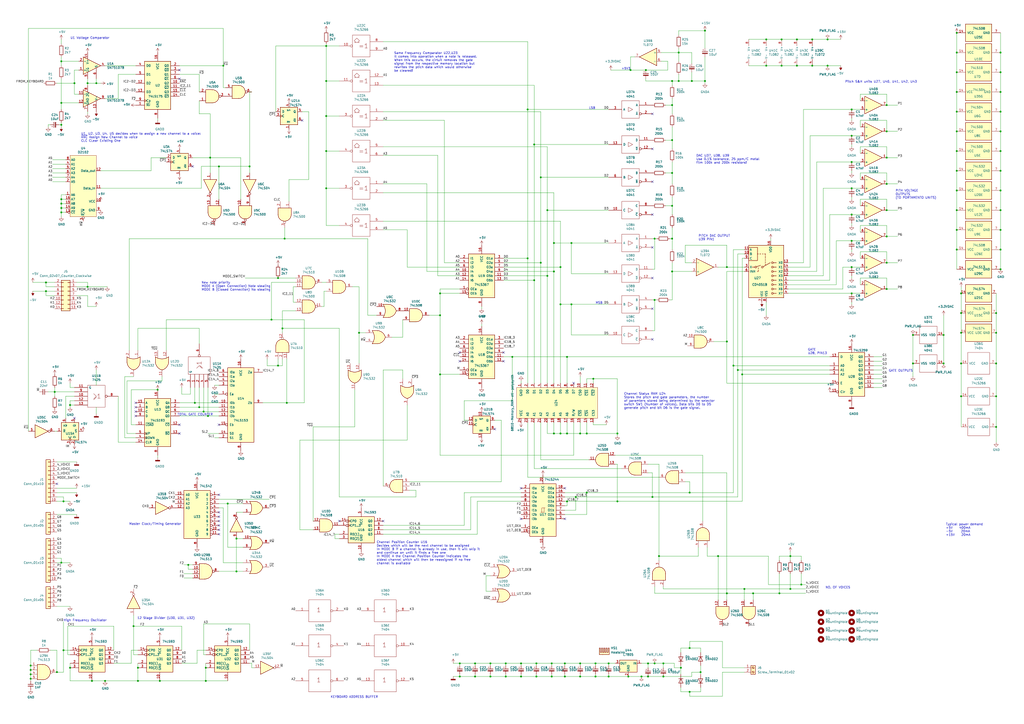
<source format=kicad_sch>
(kicad_sch (version 20230121) (generator eeschema)
  (paper "A2")
  (junction (at 480.06 22.86))
  (junction (at 109.22 327.66))
  (junction (at 401.32 46.99))
  (junction (at 33.02 389.89))
  (junction (at 554.99 76.2))
  (junction (at 331.47 176.53))
  (junction (at 580.39 110.49))
  (junction (at 577.85 181.61))
  (junction (at 80.01 394.97))
  (junction (at 554.99 53.34))
  (junction (at 453.39 38.1))
  (junction (at 91.44 226.06))
  (junction (at 80.01 387.35))
  (junction (at 577.85 229.87))
  (junction (at 554.99 87.63))
  (junction (at 557.53 170.18))
  (junction (at 325.12 154.94))
  (junction (at 577.85 210.82))
  (junction (at 40.64 387.35))
  (junction (at 35.56 35.56))
  (junction (at 115.57 236.22))
  (junction (at 529.59 210.82))
  (junction (at 127 96.52))
  (junction (at 554.99 64.77))
  (junction (at 31.75 227.33))
  (junction (at 514.35 60.96))
  (junction (at 17.78 388.62))
  (junction (at 17.78 393.7))
  (junction (at 340.36 251.46))
  (junction (at 92.71 394.97))
  (junction (at 514.35 106.68))
  (junction (at 384.81 392.43))
  (junction (at 144.78 96.52))
  (junction (at 266.7 384.81))
  (junction (at 309.88 83.82))
  (junction (at 55.88 48.26))
  (junction (at 547.37 210.82))
  (junction (at 120.65 241.3))
  (junction (at 577.85 193.04))
  (junction (at 458.47 322.58))
  (junction (at 494.03 109.22))
  (junction (at 494.03 93.98))
  (junction (at 35.56 59.69))
  (junction (at 580.39 76.2))
  (junction (at 132.08 292.1))
  (junction (at 118.11 238.76))
  (junction (at 554.99 133.35))
  (junction (at 374.65 40.64))
  (junction (at 364.49 392.43))
  (junction (at 557.53 229.87))
  (junction (at 189.23 87.63))
  (junction (at 119.38 394.97))
  (junction (at 514.35 137.16))
  (junction (at 327.66 384.81))
  (junction (at 17.78 391.16))
  (junction (at 325.12 251.46))
  (junction (at 458.47 341.63))
  (junction (at 353.06 392.43))
  (junction (at 328.93 207.01))
  (junction (at 35.56 326.39))
  (junction (at 382.27 322.58))
  (junction (at 580.39 133.35))
  (junction (at 189.23 67.31))
  (junction (at 53.34 394.97))
  (junction (at 514.35 152.4))
  (junction (at 340.36 285.75))
  (junction (at 389.89 157.48))
  (junction (at 284.48 392.43))
  (junction (at 462.28 22.86))
  (junction (at 293.37 384.81))
  (junction (at 580.39 41.91))
  (junction (at 580.39 121.92))
  (junction (at 306.07 149.86))
  (junction (at 317.5 160.02))
  (junction (at 580.39 99.06))
  (junction (at 119.38 387.35))
  (junction (at 389.89 138.43))
  (junction (at 494.03 78.74))
  (junction (at 394.97 387.35))
  (junction (at 163.83 190.5))
  (junction (at 17.78 386.08))
  (junction (at 321.31 140.97))
  (junction (at 514.35 91.44))
  (junction (at 393.7 46.99))
  (junction (at 379.73 138.43))
  (junction (at 471.17 38.1))
  (junction (at 311.15 384.81))
  (junction (at 302.26 384.81))
  (junction (at 494.03 124.46))
  (junction (at 345.44 392.43))
  (junction (at 375.92 384.81))
  (junction (at 400.05 375.92))
  (junction (at 317.5 121.92))
  (junction (at 408.94 46.99))
  (junction (at 580.39 144.78))
  (junction (at 580.39 87.63))
  (junction (at 129.54 38.1))
  (junction (at 554.99 19.05))
  (junction (at 306.07 63.5))
  (junction (at 514.35 121.92))
  (junction (at 421.64 154.94))
  (junction (at 309.88 162.56))
  (junction (at 547.37 194.31))
  (junction (at 35.56 123.19))
  (junction (at 471.17 22.86))
  (junction (at 50.8 166.37))
  (junction (at 40.64 234.95))
  (junction (at 375.92 392.43))
  (junction (at 26.67 163.83))
  (junction (at 436.88 344.17))
  (junction (at 416.56 322.58))
  (junction (at 400.05 285.75))
  (junction (at 297.18 207.01))
  (junction (at 554.99 121.92))
  (junction (at 35.56 72.39))
  (junction (at 529.59 194.31))
  (junction (at 121.92 91.44))
  (junction (at 36.83 377.19))
  (junction (at 255.27 182.88))
  (junction (at 389.89 60.96))
  (junction (at 208.28 193.04))
  (junction (at 462.28 38.1))
  (junction (at 557.53 181.61))
  (junction (at 336.55 384.81))
  (junction (at 345.44 384.81))
  (junction (at 557.53 193.04))
  (junction (at 464.82 339.09))
  (junction (at 514.35 167.64))
  (junction (at 189.23 46.99))
  (junction (at 266.7 392.43))
  (junction (at 421.64 344.17))
  (junction (at 328.93 251.46))
  (junction (at 113.03 233.68))
  (junction (at 372.11 392.43))
  (junction (at 331.47 140.97))
  (junction (at 77.47 363.22))
  (junction (at 255.27 217.17))
  (junction (at 494.03 63.5))
  (junction (at 389.89 119.38))
  (junction (at 313.69 102.87))
  (junction (at 327.66 392.43))
  (junction (at 421.64 198.12))
  (junction (at 427.99 214.63))
  (junction (at 161.29 161.29))
  (junction (at 425.45 212.09))
  (junction (at 358.14 290.83))
  (junction (at 580.39 64.77))
  (junction (at 275.59 384.81))
  (junction (at 378.46 288.29))
  (junction (at 554.99 99.06))
  (junction (at 554.99 110.49))
  (junction (at 389.89 46.99))
  (junction (at 393.7 30.48))
  (junction (at 379.73 173.99))
  (junction (at 353.06 384.81))
  (junction (at 137.16 312.42))
  (junction (at 444.5 38.1))
  (junction (at 255.27 170.18))
  (junction (at 320.04 384.81))
  (junction (at 494.03 170.18))
  (junction (at 580.39 156.21))
  (junction (at 431.8 341.63))
  (junction (at 389.89 81.28))
  (junction (at 35.56 115.57))
  (junction (at 50.8 48.26))
  (junction (at 43.18 48.26))
  (junction (at 311.15 392.43))
  (junction (at 494.03 154.94))
  (junction (at 408.94 17.78))
  (junction (at 302.26 392.43))
  (junction (at 514.35 76.2))
  (junction (at 321.31 251.46))
  (junction (at 480.06 38.1))
  (junction (at 430.53 217.17))
  (junction (at 554.99 30.48))
  (junction (at 336.55 251.46))
  (junction (at 577.85 247.65))
  (junction (at 275.59 392.43))
  (junction (at 554.99 144.78))
  (junction (at 365.76 40.64))
  (junction (at 400.05 401.32))
  (junction (at 60.96 394.97))
  (junction (at 389.89 100.33))
  (junction (at 157.48 185.42))
  (junction (at 406.4 389.89))
  (junction (at 557.53 210.82))
  (junction (at 137.16 331.47))
  (junction (at 284.48 384.81))
  (junction (at 189.23 109.22))
  (junction (at 334.01 288.29))
  (junction (at 35.56 120.65))
  (junction (at 452.12 344.17))
  (junction (at 189.23 26.67))
  (junction (at 453.39 22.86))
  (junction (at 325.12 176.53))
  (junction (at 26.67 168.91))
  (junction (at 165.1 138.43))
  (junction (at 444.5 22.86))
  (junction (at 580.39 53.34))
  (junction (at 35.56 118.11))
  (junction (at 161.29 212.09))
  (junction (at 36.83 290.83))
  (junction (at 580.39 30.48))
  (junction (at 344.17 219.71))
  (junction (at 321.31 157.48))
  (junction (at 494.03 139.7))
  (junction (at 554.99 41.91))
  (junction (at 358.14 251.46))
  (junction (at 384.81 384.81))
  (junction (at 293.37 392.43))
  (junction (at 328.93 290.83))
  (junction (at 313.69 152.4))
  (junction (at 166.37 233.68))
  (junction (at 379.73 384.81))
  (junction (at 336.55 392.43))
  (junction (at 320.04 392.43))
  (no_connect (at 78.74 241.3))
  (no_connect (at 105.41 458.47))
  (no_connect (at 74.93 439.42))
  (no_connect (at 96.52 487.68))
  (no_connect (at 266.7 204.47))
  (no_connect (at 133.35 448.31))
  (no_connect (at 55.88 495.3))
  (no_connect (at 106.68 485.14))
  (no_connect (at 287.02 248.92))
  (no_connect (at 127 299.72))
  (no_connect (at 81.28 485.14))
  (no_connect (at 127 302.26))
  (no_connect (at 332.74 222.25))
  (no_connect (at 60.96 485.14))
  (no_connect (at 302.26 300.99))
  (no_connect (at 59.69 439.42))
  (no_connect (at 78.74 238.76))
  (no_connect (at 55.88 474.98))
  (no_connect (at 133.35 433.07))
  (no_connect (at 378.46 143.51))
  (no_connect (at 378.46 105.41))
  (no_connect (at 378.46 66.04))
  (no_connect (at 81.28 461.01))
  (no_connect (at 121.92 487.68))
  (no_connect (at 292.1 209.55))
  (no_connect (at 175.26 69.85))
  (no_connect (at 266.7 209.55))
  (no_connect (at 78.74 236.22))
  (no_connect (at 33.02 280.67))
  (no_connect (at 140.97 438.15))
  (no_connect (at 78.74 233.68))
  (no_connect (at 125.73 461.01))
  (no_connect (at 327.66 300.99))
  (no_connect (at 30.48 477.52))
  (no_connect (at 104.14 251.46))
  (no_connect (at 302.26 283.21))
  (no_connect (at 76.2 497.84))
  (no_connect (at 127 287.02))
  (no_connect (at 378.46 161.29))
  (no_connect (at 127 246.38))
  (no_connect (at 105.41 440.69))
  (no_connect (at 292.1 204.47))
  (no_connect (at 222.25 302.26))
  (no_connect (at 127 304.8))
  (no_connect (at 327.66 283.21))
  (no_connect (at 111.76 96.52))
  (no_connect (at 81.28 455.93))
  (no_connect (at 30.48 497.84))
  (no_connect (at 123.19 502.92))
  (no_connect (at 125.73 463.55))
  (no_connect (at 125.73 440.69))
  (no_connect (at 133.35 455.93))
  (no_connect (at 107.95 500.38))
  (no_connect (at 76.2 485.14))
  (no_connect (at 43.18 242.57))
  (no_connect (at 140.97 461.01))
  (no_connect (at 81.28 490.22))
  (no_connect (at 196.85 302.26))
  (no_connect (at 104.14 246.38))
  (no_connect (at 106.68 468.63))
  (no_connect (at 105.41 453.39))
  (no_connect (at 30.48 472.44))
  (no_connect (at 107.95 505.46))
  (no_connect (at 106.68 473.71))
  (no_connect (at 74.93 471.17))
  (no_connect (at 81.28 469.9))
  (no_connect (at 106.68 490.22))
  (no_connect (at 74.93 455.93))
  (no_connect (at 59.69 455.93))
  (no_connect (at 378.46 196.85))
  (no_connect (at 127 307.34))
  (no_connect (at 96.52 472.44))
  (no_connect (at 59.69 471.17))
  (no_connect (at 125.73 438.15))
  (no_connect (at 140.97 443.23))
  (no_connect (at 133.35 471.17))
  (no_connect (at 120.65 455.93))
  (no_connect (at 378.46 124.46))
  (no_connect (at 104.14 45.72))
  (no_connect (at 127 297.18))
  (no_connect (at 120.65 438.15))
  (no_connect (at 81.28 474.98))
  (no_connect (at 121.92 471.17))
  (no_connect (at 105.41 435.61))
  (no_connect (at 104.14 40.64))
  (no_connect (at 140.97 466.09))
  (no_connect (at 96.52 458.47))
  (no_connect (at 60.96 497.84))
  (no_connect (at 30.48 492.76))
  (no_connect (at 378.46 179.07))
  (no_connect (at 378.46 86.36))
  (no_connect (at 127 309.88))
  (wire (pts (xy 340.36 251.46) (xy 340.36 245.11)))
  (wire (pts (xy 222.25 281.94) (xy 222.25 214.63)))
  (wire (pts (xy 374.65 46.99) (xy 389.89 46.99)))
  (wire (pts (xy 408.94 27.94) (xy 408.94 17.78)))
  (wire (pts (xy 127 236.22) (xy 115.57 236.22)))
  (wire (pts (xy 255.27 182.88) (xy 255.27 170.18)))
  (wire (pts (xy 382.27 276.86) (xy 306.07 276.86)))
  (wire (pts (xy 31.75 227.33) (xy 43.18 227.33)))
  (wire (pts (xy 40.64 234.95) (xy 43.18 234.95)))
  (wire (pts (xy 31.75 229.87) (xy 31.75 227.33)))
  (wire (pts (xy 254 160.02) (xy 254 90.17)))
  (wire (pts (xy 33.02 389.89) (xy 36.83 389.89)))
  (wire (pts (xy 514.35 54.61) (xy 514.35 60.96)))
  (wire (pts (xy 580.39 76.2) (xy 580.39 87.63)))
  (wire (pts (xy 38.1 120.65) (xy 35.56 120.65)))
  (wire (pts (xy 340.36 298.45) (xy 340.36 285.75)))
  (wire (pts (xy 114.3 384.81) (xy 114.3 377.19)))
  (wire (pts (xy 477.52 160.02) (xy 457.2 160.02)))
  (wire (pts (xy 26.67 163.83) (xy 31.75 163.83)))
  (wire (pts (xy 554.99 64.77) (xy 554.99 53.34)))
  (wire (pts (xy 427.99 214.63) (xy 427.99 288.29)))
  (wire (pts (xy 464.82 322.58) (xy 458.47 322.58)))
  (wire (pts (xy 124.46 254) (xy 127 254)))
  (wire (pts (xy 113.03 233.68) (xy 127 233.68)))
  (wire (pts (xy 35.56 120.65) (xy 35.56 118.11)))
  (wire (pts (xy 302.26 384.81) (xy 311.15 384.81)))
  (wire (pts (xy 269.24 243.84) (xy 269.24 232.41)))
  (wire (pts (xy 410.21 322.58) (xy 410.21 317.5)))
  (wire (pts (xy 50.8 163.83) (xy 50.8 166.37)))
  (wire (pts (xy 255.27 264.16) (xy 255.27 217.17)))
  (wire (pts (xy 389.89 73.66) (xy 389.89 81.28)))
  (wire (pts (xy 165.1 138.43) (xy 213.36 138.43)))
  (wire (pts (xy 292.1 149.86) (xy 306.07 149.86)))
  (wire (pts (xy 127 115.57) (xy 127 96.52)))
  (wire (pts (xy 506.73 212.09) (xy 511.81 212.09)))
  (wire (pts (xy 33.02 48.26) (xy 43.18 48.26)))
  (wire (pts (xy 375.92 274.32) (xy 378.46 274.32)))
  (wire (pts (xy 494.03 129.54) (xy 494.03 130.81)))
  (wire (pts (xy 106.68 332.74) (xy 111.76 332.74)))
  (wire (pts (xy 189.23 46.99) (xy 189.23 67.31)))
  (wire (pts (xy 161.29 212.09) (xy 163.83 212.09)))
  (wire (pts (xy 306.07 63.5) (xy 306.07 24.13)))
  (wire (pts (xy 157.48 185.42) (xy 176.53 185.42)))
  (wire (pts (xy 577.85 210.82) (xy 577.85 193.04)))
  (wire (pts (xy 34.29 72.39) (xy 35.56 72.39)))
  (wire (pts (xy 257.81 152.4) (xy 257.81 69.85)))
  (wire (pts (xy 325.12 154.94) (xy 325.12 128.27)))
  (wire (pts (xy 208.28 210.82) (xy 208.28 193.04)))
  (wire (pts (xy 421.64 274.32) (xy 397.51 274.32)))
  (wire (pts (xy 452.12 332.74) (xy 452.12 344.17)))
  (wire (pts (xy 431.8 387.35) (xy 419.1 387.35)))
  (wire (pts (xy 445.77 322.58) (xy 445.77 339.09)))
  (wire (pts (xy 580.39 41.91) (xy 580.39 53.34)))
  (wire (pts (xy 116.84 109.22) (xy 58.42 109.22)))
  (wire (pts (xy 400.05 285.75) (xy 425.45 285.75)))
  (wire (pts (xy 181.61 302.26) (xy 181.61 247.65)))
  (wire (pts (xy 196.85 109.22) (xy 189.23 109.22)))
  (wire (pts (xy 208.28 193.04) (xy 208.28 166.37)))
  (wire (pts (xy 290.83 279.4) (xy 290.83 243.84)))
  (wire (pts (xy 118.11 238.76) (xy 127 238.76)))
  (wire (pts (xy 26.67 168.91) (xy 31.75 168.91)))
  (wire (pts (xy 30.48 105.41) (xy 38.1 105.41)))
  (wire (pts (xy 16.51 250.19) (xy 16.51 16.51)))
  (wire (pts (xy 181.61 247.65) (xy 205.74 247.65)))
  (wire (pts (xy 383.54 35.56) (xy 387.35 35.56)))
  (wire (pts (xy 35.56 33.02) (xy 35.56 35.56)))
  (wire (pts (xy 462.28 22.86) (xy 471.17 22.86)))
  (wire (pts (xy 236.22 154.94) (xy 236.22 133.35)))
  (wire (pts (xy 275.59 391.16) (xy 275.59 392.43)))
  (wire (pts (xy 36.83 290.83) (xy 33.02 290.83)))
  (wire (pts (xy 208.28 166.37) (xy 204.47 166.37)))
  (wire (pts (xy 194.31 309.88) (xy 194.31 312.42)))
  (wire (pts (xy 80.01 384.81) (xy 80.01 387.35)))
  (wire (pts (xy 419.1 387.35) (xy 419.1 372.11)))
  (wire (pts (xy 406.4 375.92) (xy 406.4 378.46)))
  (wire (pts (xy 189.23 87.63) (xy 196.85 87.63)))
  (wire (pts (xy 473.71 93.98) (xy 494.03 93.98)))
  (wire (pts (xy 255.27 264.16) (xy 332.74 264.16)))
  (wire (pts (xy 514.35 161.29) (xy 514.35 167.64)))
  (wire (pts (xy 140.97 317.5) (xy 132.08 317.5)))
  (wire (pts (xy 213.36 182.88) (xy 218.44 182.88)))
  (wire (pts (xy 276.86 290.83) (xy 276.86 309.88)))
  (wire (pts (xy 237.49 279.4) (xy 290.83 279.4)))
  (wire (pts (xy 44.45 163.83) (xy 50.8 163.83)))
  (wire (pts (xy 382.27 322.58) (xy 405.13 322.58)))
  (wire (pts (xy 320.04 384.81) (xy 327.66 384.81)))
  (wire (pts (xy 266.7 386.08) (xy 266.7 384.81)))
  (wire (pts (xy 345.44 392.43) (xy 353.06 392.43)))
  (wire (pts (xy 77.47 363.22) (xy 105.41 363.22)))
  (wire (pts (xy 152.4 233.68) (xy 166.37 233.68)))
  (wire (pts (xy 116.84 96.52) (xy 116.84 109.22)))
  (wire (pts (xy 262.89 392.43) (xy 266.7 392.43)))
  (wire (pts (xy 236.22 234.95) (xy 236.22 255.27)))
  (wire (pts (xy 353.06 83.82) (xy 309.88 83.82)))
  (wire (pts (xy 520.7 60.96) (xy 514.35 60.96)))
  (wire (pts (xy 389.89 49.53) (xy 389.89 46.99)))
  (wire (pts (xy 96.52 203.2) (xy 96.52 185.42)))
  (wire (pts (xy 464.82 339.09) (xy 467.36 339.09)))
  (wire (pts (xy 171.45 175.26) (xy 170.18 175.26)))
  (wire (pts (xy 389.89 138.43) (xy 389.89 144.78)))
  (wire (pts (xy 30.48 97.79) (xy 38.1 97.79)))
  (wire (pts (xy 60.96 57.15) (xy 68.58 57.15)))
  (wire (pts (xy 320.04 386.08) (xy 320.04 384.81)))
  (wire (pts (xy 297.18 207.01) (xy 328.93 207.01)))
  (wire (pts (xy 115.57 236.22) (xy 115.57 224.79)))
  (wire (pts (xy 127 331.47) (xy 137.16 331.47)))
  (wire (pts (xy 313.69 152.4) (xy 292.1 152.4)))
  (wire (pts (xy 494.03 109.22) (xy 499.11 109.22)))
  (wire (pts (xy 580.39 99.06) (xy 580.39 110.49)))
  (wire (pts (xy 77.47 218.44) (xy 72.39 218.44)))
  (wire (pts (xy 33.02 377.19) (xy 33.02 389.89)))
  (wire (pts (xy 222.25 49.53) (xy 309.88 49.53)))
  (wire (pts (xy 397.51 152.4) (xy 397.51 142.24)))
  (wire (pts (xy 381 173.99) (xy 379.73 173.99)))
  (wire (pts (xy 27.94 227.33) (xy 31.75 227.33)))
  (wire (pts (xy 118.11 379.73) (xy 119.38 379.73)))
  (wire (pts (xy 17.78 386.08) (xy 17.78 388.62)))
  (wire (pts (xy 331.47 194.31) (xy 331.47 176.53)))
  (wire (pts (xy 44.45 285.75) (xy 33.02 285.75)))
  (wire (pts (xy 124.46 223.52) (xy 127 223.52)))
  (wire (pts (xy 281.94 334.01) (xy 284.48 334.01)))
  (wire (pts (xy 189.23 26.67) (xy 196.85 26.67)))
  (wire (pts (xy 389.89 157.48) (xy 389.89 152.4)))
  (wire (pts (xy 255.27 170.18) (xy 255.27 167.64)))
  (wire (pts (xy 466.09 152.4) (xy 457.2 152.4)))
  (wire (pts (xy 222.25 85.09) (xy 317.5 85.09)))
  (wire (pts (xy 110.49 228.6) (xy 110.49 224.79)))
  (wire (pts (xy 66.04 384.81) (xy 76.2 384.81)))
  (wire (pts (xy 421.64 142.24) (xy 421.64 154.94)))
  (wire (pts (xy 384.81 392.43) (xy 401.32 392.43)))
  (wire (pts (xy 394.97 375.92) (xy 400.05 375.92)))
  (wire (pts (xy 388.62 173.99) (xy 389.89 173.99)))
  (wire (pts (xy 401.32 41.91) (xy 401.32 46.99)))
  (wire (pts (xy 336.55 218.44) (xy 336.55 222.25)))
  (wire (pts (xy 447.04 138.43) (xy 447.04 139.7)))
  (wire (pts (xy 179.07 64.77) (xy 179.07 104.14)))
  (wire (pts (xy 40.64 379.73) (xy 39.37 379.73)))
  (wire (pts (xy 160.02 26.67) (xy 189.23 26.67)))
  (wire (pts (xy 50.8 66.04) (xy 50.8 64.77)))
  (wire (pts (xy 309.88 162.56) (xy 309.88 222.25)))
  (wire (pts (xy 35.56 115.57) (xy 35.56 113.03)))
  (wire (pts (xy 499.11 146.05) (xy 514.35 146.05)))
  (wire (pts (xy 170.18 175.26) (xy 170.18 166.37)))
  (wire (pts (xy 127 241.3) (xy 120.65 241.3)))
  (wire (pts (xy 407.67 264.16) (xy 407.67 302.26)))
  (wire (pts (xy 142.24 161.29) (xy 161.29 161.29)))
  (wire (pts (xy 129.54 50.8) (xy 129.54 38.1)))
  (wire (pts (xy 121.92 66.04) (xy 121.92 91.44)))
  (wire (pts (xy 353.06 386.08) (xy 353.06 384.81)))
  (wire (pts (xy 271.78 243.84) (xy 269.24 243.84)))
  (wire (pts (xy 33.02 323.85) (xy 35.56 323.85)))
  (wire (pts (xy 419.1 372.11) (xy 400.05 372.11)))
  (wire (pts (xy 393.7 43.18) (xy 393.7 46.99)))
  (wire (pts (xy 44.45 171.45) (xy 50.8 171.45)))
  (wire (pts (xy 35.56 45.72) (xy 35.56 59.69)))
  (wire (pts (xy 421.64 347.98) (xy 421.64 344.17)))
  (wire (pts (xy 458.47 322.58) (xy 452.12 322.58)))
  (wire (pts (xy 406.4 389.89) (xy 406.4 391.16)))
  (wire (pts (xy 137.16 297.18) (xy 140.97 297.18)))
  (wire (pts (xy 196.85 309.88) (xy 194.31 309.88)))
  (wire (pts (xy 35.56 35.56) (xy 35.56 38.1)))
  (wire (pts (xy 408.94 46.99) (xy 408.94 48.26)))
  (wire (pts (xy 444.5 38.1) (xy 434.34 38.1)))
  (wire (pts (xy 166.37 233.68) (xy 166.37 208.28)))
  (wire (pts (xy 577.85 247.65) (xy 577.85 256.54)))
  (wire (pts (xy 393.7 35.56) (xy 393.7 30.48)))
  (wire (pts (xy 317.5 245.11) (xy 317.5 251.46)))
  (wire (pts (xy 494.03 109.22) (xy 477.52 109.22)))
  (wire (pts (xy 554.99 76.2) (xy 554.99 64.77)))
  (wire (pts (xy 416.56 322.58) (xy 410.21 322.58)))
  (wire (pts (xy 499.11 88.9) (xy 499.11 85.09)))
  (wire (pts (xy 554.99 53.34) (xy 554.99 41.91)))
  (wire (pts (xy 462.28 38.1) (xy 471.17 38.1)))
  (wire (pts (xy 146.05 384.81) (xy 146.05 387.35)))
  (wire (pts (xy 353.06 391.16) (xy 353.06 392.43)))
  (wire (pts (xy 106.68 327.66) (xy 109.22 327.66)))
  (wire (pts (xy 494.03 78.74) (xy 499.11 78.74)))
  (wire (pts (xy 481.33 162.56) (xy 481.33 124.46)))
  (wire (pts (xy 248.92 182.88) (xy 255.27 182.88)))
  (wire (pts (xy 236.22 255.27) (xy 173.99 255.27)))
  (wire (pts (xy 93.98 220.98) (xy 93.98 218.44)))
  (wire (pts (xy 129.54 16.51) (xy 129.54 38.1)))
  (wire (pts (xy 457.2 167.64) (xy 488.95 167.64)))
  (wire (pts (xy 499.11 58.42) (xy 499.11 54.61)))
  (wire (pts (xy 50.8 48.26) (xy 50.8 45.72)))
  (wire (pts (xy 421.64 157.48) (xy 431.8 157.48)))
  (wire (pts (xy 400.05 375.92) (xy 406.4 375.92)))
  (wire (pts (xy 266.7 217.17) (xy 255.27 217.17)))
  (wire (pts (xy 580.39 121.92) (xy 580.39 133.35)))
  (wire (pts (xy 113.03 233.68) (xy 104.14 233.68)))
  (wire (pts (xy 394.97 387.35) (xy 391.16 387.35)))
  (wire (pts (xy 499.11 69.85) (xy 499.11 73.66)))
  (wire (pts (xy 514.35 152.4) (xy 520.7 152.4)))
  (wire (pts (xy 40.64 224.79) (xy 43.18 224.79)))
  (wire (pts (xy 400.05 403.86) (xy 419.1 403.86)))
  (wire (pts (xy 340.36 285.75) (xy 400.05 285.75)))
  (wire (pts (xy 499.11 161.29) (xy 514.35 161.29)))
  (wire (pts (xy 436.88 344.17) (xy 421.64 344.17)))
  (wire (pts (xy 72.39 218.44) (xy 72.39 254)))
  (wire (pts (xy 499.11 85.09) (xy 514.35 85.09)))
  (wire (pts (xy 328.93 293.37) (xy 327.66 293.37)))
  (wire (pts (xy 236.22 133.35) (xy 222.25 133.35)))
  (wire (pts (xy 494.03 144.78) (xy 494.03 146.05)))
  (wire (pts (xy 77.47 363.22) (xy 77.47 356.87)))
  (wire (pts (xy 554.99 133.35) (xy 554.99 121.92)))
  (wire (pts (xy 109.22 330.2) (xy 109.22 327.66)))
  (wire (pts (xy 481.33 222.25) (xy 421.64 222.25)))
  (wire (pts (xy 87.63 91.44) (xy 96.52 91.44)))
  (wire (pts (xy 506.73 209.55) (xy 511.81 209.55)))
  (wire (pts (xy 400.05 372.11) (xy 400.05 375.92)))
  (wire (pts (xy 139.7 91.44) (xy 139.7 115.57)))
  (wire (pts (xy 222.25 64.77) (xy 313.69 64.77)))
  (wire (pts (xy 292.1 154.94) (xy 325.12 154.94)))
  (wire (pts (xy 194.31 312.42) (xy 196.85 312.42)))
  (wire (pts (xy 467.36 344.17) (xy 452.12 344.17)))
  (wire (pts (xy 386.08 119.38) (xy 389.89 119.38)))
  (wire (pts (xy 179.07 104.14) (xy 167.64 104.14)))
  (wire (pts (xy 80.01 203.2) (xy 80.01 190.5)))
  (wire (pts (xy 457.2 154.94) (xy 469.9 154.94)))
  (wire (pts (xy 27.94 73.66) (xy 27.94 72.39)))
  (wire (pts (xy 547.37 182.88) (xy 547.37 194.31)))
  (wire (pts (xy 389.89 119.38) (xy 389.89 114.3)))
  (wire (pts (xy 375.92 392.43) (xy 372.11 392.43)))
  (wire (pts (xy 386.08 100.33) (xy 389.89 100.33)))
  (wire (pts (xy 43.18 232.41) (xy 40.64 232.41)))
  (wire (pts (xy 514.35 106.68) (xy 520.7 106.68)))
  (wire (pts (xy 389.89 100.33) (xy 389.89 93.98)))
  (wire (pts (xy 35.56 73.66) (xy 35.56 72.39)))
  (wire (pts (xy 421.64 344.17) (xy 379.73 344.17)))
  (wire (pts (xy 35.56 326.39) (xy 33.02 326.39)))
  (wire (pts (xy 311.15 386.08) (xy 311.15 384.81)))
  (wire (pts (xy 115.57 66.04) (xy 121.92 66.04)))
  (wire (pts (xy 80.01 387.35) (xy 80.01 394.97)))
  (wire (pts (xy 353.06 121.92) (xy 317.5 121.92)))
  (wire (pts (xy 187.96 177.8) (xy 186.69 177.8)))
  (wire (pts (xy 284.48 391.16) (xy 284.48 392.43)))
  (wire (pts (xy 144.78 53.34) (xy 146.05 53.34)))
  (wire (pts (xy 292.1 160.02) (xy 317.5 160.02)))
  (wire (pts (xy 458.47 341.63) (xy 467.36 341.63)))
  (wire (pts (xy 580.39 87.63) (xy 580.39 99.06)))
  (wire (pts (xy 254 90.17) (xy 222.25 90.17)))
  (wire (pts (xy 425.45 212.09) (xy 481.33 212.09)))
  (wire (pts (xy 328.93 290.83) (xy 358.14 290.83)))
  (wire (pts (xy 311.15 384.81) (xy 320.04 384.81)))
  (wire (pts (xy 266.7 154.94) (xy 236.22 154.94)))
  (wire (pts (xy 73.66 220.98) (xy 93.98 220.98)))
  (wire (pts (xy 146.05 387.35) (xy 147.32 387.35)))
  (wire (pts (xy 137.16 312.42) (xy 137.16 331.47)))
  (wire (pts (xy 311.15 392.43) (xy 320.04 392.43)))
  (wire (pts (xy 554.99 121.92) (xy 554.99 110.49)))
  (wire (pts (xy 306.07 149.86) (xy 306.07 63.5)))
  (wire (pts (xy 328.93 245.11) (xy 328.93 251.46)))
  (wire (pts (xy 44.45 298.45) (xy 33.02 298.45)))
  (wire (pts (xy 50.8 166.37) (xy 62.23 166.37)))
  (wire (pts (xy 309.88 83.82) (xy 309.88 162.56)))
  (wire (pts (xy 557.53 181.61) (xy 557.53 193.04)))
  (wire (pts (xy 167.64 104.14) (xy 167.64 116.84)))
  (wire (pts (xy 187.96 168.91) (xy 187.96 177.8)))
  (wire (pts (xy 444.5 175.26) (xy 444.5 182.88)))
  (wire (pts (xy 273.05 307.34) (xy 273.05 288.29)))
  (wire (pts (xy 499.11 130.81) (xy 514.35 130.81)))
  (wire (pts (xy 40.64 384.81) (xy 40.64 387.35)))
  (wire (pts (xy 290.83 243.84) (xy 287.02 243.84)))
  (wire (pts (xy 189.23 26.67) (xy 189.23 46.99)))
  (wire (pts (xy 43.18 229.87) (xy 38.1 229.87)))
  (wire (pts (xy 514.35 85.09) (xy 514.35 91.44)))
  (wire (pts (xy 222.25 106.68) (xy 247.65 106.68)))
  (wire (pts (xy 393.7 20.32) (xy 393.7 17.78)))
  (wire (pts (xy 196.85 190.5) (xy 196.85 288.29)))
  (wire (pts (xy 50.8 171.45) (xy 50.8 177.8)))
  (wire (pts (xy 144.78 96.52) (xy 144.78 53.34)))
  (wire (pts (xy 557.53 210.82) (xy 557.53 229.87)))
  (wire (pts (xy 306.07 276.86) (xy 306.07 245.11)))
  (wire (pts (xy 302.26 386.08) (xy 302.26 384.81)))
  (wire (pts (xy 21.59 377.19) (xy 17.78 377.19)))
  (wire (pts (xy 506.73 214.63) (xy 511.81 214.63)))
  (wire (pts (xy 328.93 290.83) (xy 328.93 293.37)))
  (wire (pts (xy 241.3 284.48) (xy 237.49 284.48)))
  (wire (pts (xy 494.03 154.94) (xy 499.11 154.94)))
  (wire (pts (xy 68.58 57.15) (xy 68.58 43.18)))
  (wire (pts (xy 577.85 210.82) (xy 577.85 229.87)))
  (wire (pts (xy 580.39 53.34) (xy 580.39 64.77)))
  (wire (pts (xy 292.1 157.48) (xy 321.31 157.48)))
  (wire (pts (xy 30.48 92.71) (xy 38.1 92.71)))
  (wire (pts (xy 241.3 288.29) (xy 241.3 284.48)))
  (wire (pts (xy 104.14 241.3) (xy 120.65 241.3)))
  (wire (pts (xy 480.06 38.1) (xy 487.68 38.1)))
  (wire (pts (xy 557.53 170.18) (xy 557.53 181.61)))
  (wire (pts (xy 36.83 288.29) (xy 33.02 288.29)))
  (wire (pts (xy 514.35 167.64) (xy 520.7 167.64)))
  (wire (pts (xy 416.56 347.98) (xy 416.56 322.58)))
  (wire (pts (xy 302.26 391.16) (xy 302.26 392.43)))
  (wire (pts (xy 38.1 118.11) (xy 35.56 118.11)))
  (wire (pts (xy 293.37 391.16) (xy 293.37 392.43)))
  (wire (pts (xy 302.26 290.83) (xy 276.86 290.83)))
  (wire (pts (xy 189.23 67.31) (xy 189.23 87.63)))
  (wire (pts (xy 554.99 144.78) (xy 554.99 133.35)))
  (wire (pts (xy 321.31 245.11) (xy 321.31 251.46)))
  (wire (pts (xy 334.01 288.29) (xy 327.66 288.29)))
  (wire (pts (xy 144.78 361.95) (xy 144.78 377.19)))
  (wire (pts (xy 144.78 384.81) (xy 146.05 384.81)))
  (wire (pts (xy 353.06 158.75) (xy 331.47 158.75)))
  (wire (pts (xy 488.95 154.94) (xy 494.03 154.94)))
  (wire (pts (xy 255.27 167.64) (xy 266.7 167.64)))
  (wire (pts (xy 189.23 163.83) (xy 186.69 163.83)))
  (wire (pts (xy 452.12 344.17) (xy 436.88 344.17)))
  (wire (pts (xy 321.31 157.48) (xy 321.31 140.97)))
  (wire (pts (xy 19.05 168.91) (xy 26.67 168.91)))
  (wire (pts (xy 384.81 387.35) (xy 384.81 384.81)))
  (wire (pts (xy 127 294.64) (xy 129.54 294.64)))
  (wire (pts (xy 494.03 170.18) (xy 499.11 170.18)))
  (wire (pts (xy 40.64 394.97) (xy 53.34 394.97)))
  (wire (pts (xy 431.8 144.78) (xy 425.45 144.78)))
  (wire (pts (xy 276.86 309.88) (xy 222.25 309.88)))
  (wire (pts (xy 554.99 156.21) (xy 554.99 144.78)))
  (wire (pts (xy 401.32 392.43) (xy 401.32 389.89)))
  (wire (pts (xy 105.41 224.79) (xy 105.41 228.6)))
  (wire (pts (xy 494.03 114.3) (xy 494.03 115.57)))
  (wire (pts (xy 27.94 72.39) (xy 29.21 72.39)))
  (wire (pts (xy 284.48 392.43) (xy 293.37 392.43)))
  (wire (pts (xy 40.64 232.41) (xy 40.64 234.95)))
  (wire (pts (xy 120.65 241.3) (xy 120.65 224.79)))
  (wire (pts (xy 397.51 142.24) (xy 421.64 142.24)))
  (wire (pts (xy 40.64 326.39) (xy 35.56 326.39)))
  (wire (pts (xy 36.83 377.19) (xy 36.83 360.68)))
  (wire (pts (xy 453.39 38.1) (xy 462.28 38.1)))
  (wire (pts (xy 452.12 322.58) (xy 452.12 325.12)))
  (wire (pts (xy 480.06 22.86) (xy 487.68 22.86)))
  (wire (pts (xy 406.4 401.32) (xy 406.4 398.78)))
  (wire (pts (xy 419.1 403.86) (xy 419.1 389.89)))
  (wire (pts (xy 514.35 137.16) (xy 520.7 137.16)))
  (wire (pts (xy 514.35 121.92) (xy 514.35 115.57)))
  (wire (pts (xy 354.33 40.64) (xy 365.76 40.64)))
  (wire (pts (xy 421.64 157.48) (xy 421.64 198.12)))
  (wire (pts (xy 494.03 93.98) (xy 499.11 93.98)))
  (wire (pts (xy 336.55 391.16) (xy 336.55 392.43)))
  (wire (pts (xy 554.99 30.48) (xy 554.99 41.91)))
  (wire (pts (xy 76.2 377.19) (xy 80.01 377.19)))
  (wire (pts (xy 45.72 35.56) (xy 35.56 35.56)))
  (wire (pts (xy 132.08 317.5) (xy 132.08 292.1)))
  (wire (pts (xy 109.22 327.66) (xy 111.76 327.66)))
  (wire (pts (xy 302.26 285.75) (xy 269.24 285.75)))
  (wire (pts (xy 189.23 109.22) (xy 189.23 130.81)))
  (wire (pts (xy 381 138.43) (xy 379.73 138.43)))
  (wire (pts (xy 332.74 264.16) (xy 332.74 245.11)))
  (wire (pts (xy 394.97 378.46) (xy 394.97 375.92)))
  (wire (pts (xy 306.07 63.5) (xy 353.06 63.5)))
  (wire (pts (xy 317.5 251.46) (xy 321.31 251.46)))
  (wire (pts (xy 325.12 176.53) (xy 331.47 176.53)))
  (wire (pts (xy 293.37 392.43) (xy 302.26 392.43)))
  (wire (pts (xy 55.88 45.72) (xy 55.88 48.26)))
  (wire (pts (xy 494.03 83.82) (xy 494.03 85.09)))
  (wire (pts (xy 389.89 173.99) (xy 389.89 157.48)))
  (wire (pts (xy 313.69 102.87) (xy 313.69 152.4)))
  (wire (pts (xy 76.2 226.06) (xy 91.44 226.06)))
  (wire (pts (xy 430.53 217.17) (xy 481.33 217.17)))
  (wire (pts (xy 121.92 91.44) (xy 139.7 91.44)))
  (wire (pts (xy 529.59 210.82) (xy 529.59 218.44)))
  (wire (pts (xy 427.99 288.29) (xy 378.46 288.29)))
  (wire (pts (xy 91.44 265.43) (xy 91.44 264.16)))
  (wire (pts (xy 485.14 139.7) (xy 494.03 139.7)))
  (wire (pts (xy 391.16 387.35) (xy 391.16 384.81)))
  (wire (pts (xy 293.37 384.81) (xy 302.26 384.81)))
  (wire (pts (xy 577.85 181.61) (xy 577.85 193.04)))
  (wire (pts (xy 173.99 255.27) (xy 173.99 307.34)))
  (wire (pts (xy 384.81 341.63) (xy 431.8 341.63)))
  (wire (pts (xy 325.12 251.46) (xy 328.93 251.46)))
  (wire (pts (xy 78.74 256.54) (xy 68.58 256.54)))
  (wire (pts (xy 269.24 304.8) (xy 222.25 304.8)))
  (wire (pts (xy 30.48 102.87) (xy 38.1 102.87)))
  (wire (pts (xy 111.76 91.44) (xy 121.92 91.44)))
  (wire (pts (xy 477.52 109.22) (xy 477.52 160.02)))
  (wire (pts (xy 488.95 167.64) (xy 488.95 154.94)))
  (wire (pts (xy 325.12 154.94) (xy 325.12 176.53)))
  (wire (pts (xy 35.56 118.11) (xy 35.56 115.57)))
  (wire (pts (xy 580.39 30.48) (xy 580.39 41.91)))
  (wire (pts (xy 494.03 68.58) (xy 494.03 69.85)))
  (wire (pts (xy 297.18 232.41) (xy 297.18 207.01)))
  (wire (pts (xy 378.46 274.32) (xy 378.46 288.29)))
  (wire (pts (xy 80.01 379.73) (xy 77.47 379.73)))
  (wire (pts (xy 427.99 147.32) (xy 431.8 147.32)))
  (wire (pts (xy 401.32 157.48) (xy 389.89 157.48)))
  (wire (pts (xy 26.67 166.37) (xy 31.75 166.37)))
  (wire (pts (xy 327.66 391.16) (xy 327.66 392.43)))
  (wire (pts (xy 469.9 154.94) (xy 469.9 78.74)))
  (wire (pts (xy 43.18 48.26) (xy 43.18 40.64)))
  (wire (pts (xy 284.48 342.9) (xy 281.94 342.9)))
  (wire (pts (xy 105.41 228.6) (xy 110.49 228.6)))
  (wire (pts (xy 408.94 33.02) (xy 408.94 46.99)))
  (wire (pts (xy 401.32 152.4) (xy 397.51 152.4)))
  (wire (pts (xy 189.23 25.4) (xy 189.23 26.67)))
  (wire (pts (xy 358.14 269.24) (xy 358.14 290.83)))
  (wire (pts (xy 389.89 119.38) (xy 389.89 124.46)))
  (wire (pts (xy 58.42 99.06) (xy 87.63 99.06)))
  (wire (pts (xy 118.11 379.73) (xy 118.11 361.95)))
  (wire (pts (xy 118.11 238.76) (xy 104.14 238.76)))
  (wire (pts (xy 340.36 251.46) (xy 358.14 251.46)))
  (wire (pts (xy 499.11 134.62) (xy 499.11 130.81)))
  (wire (pts (xy 104.14 43.18) (xy 115.57 43.18)))
  (wire (pts (xy 384.81 392.43) (xy 375.92 392.43)))
  (wire (pts (xy 358.14 290.83) (xy 430.53 290.83)))
  (wire (pts (xy 43.18 54.61) (xy 43.18 48.26)))
  (wire (pts (xy 119.38 384.81) (xy 119.38 387.35)))
  (wire (pts (xy 129.54 294.64) (xy 129.54 326.39)))
  (wire (pts (xy 227.33 195.58) (xy 233.68 195.58)))
  (wire (pts (xy 175.26 64.77) (xy 179.07 64.77)))
  (wire (pts (xy 55.88 214.63) (xy 55.88 223.52)))
  (wire (pts (xy 379.73 191.77) (xy 378.46 191.77)))
  (wire (pts (xy 514.35 91.44) (xy 520.7 91.44)))
  (wire (pts (xy 331.47 140.97) (xy 353.06 140.97)))
  (wire (pts (xy 321.31 140.97) (xy 331.47 140.97)))
  (wire (pts (xy 547.37 194.31) (xy 547.37 210.82)))
  (wire (pts (xy 45.72 54.61) (xy 43.18 54.61)))
  (wire (pts (xy 161.29 161.29) (xy 171.45 161.29)))
  (wire (pts (xy 453.39 22.86) (xy 462.28 22.86)))
  (wire (pts (xy 499.11 104.14) (xy 499.11 100.33)))
  (wire (pts (xy 208.28 193.04) (xy 212.09 193.04)))
  (wire (pts (xy 331.47 176.53) (xy 353.06 176.53)))
  (wire (pts (xy 580.39 133.35) (xy 580.39 144.78)))
  (wire (pts (xy 118.11 361.95) (xy 144.78 361.95)))
  (wire (pts (xy 379.73 156.21) (xy 378.46 156.21)))
  (wire (pts (xy 554.99 110.49) (xy 554.99 99.06)))
  (wire (pts (xy 31.75 250.19) (xy 33.02 250.19)))
  (wire (pts (xy 325.12 176.53) (xy 325.12 222.25)))
  (wire (pts (xy 115.57 43.18) (xy 115.57 53.34)))
  (wire (pts (xy 293.37 386.08) (xy 293.37 384.81)))
  (wire (pts (xy 388.62 138.43) (xy 389.89 138.43)))
  (wire (pts (xy 580.39 64.77) (xy 580.39 76.2)))
  (wire (pts (xy 189.23 130.81) (xy 196.85 130.81)))
  (wire (pts (xy 320.04 391.16) (xy 320.04 392.43)))
  (wire (pts (xy 494.03 175.26) (xy 494.03 176.53)))
  (wire (pts (xy 529.59 194.31) (xy 529.59 210.82)))
  (wire (pts (xy 137.16 331.47) (xy 140.97 331.47)))
  (wire (pts (xy 400.05 279.4) (xy 400.05 285.75)))
  (wire (pts (xy 76.2 246.38) (xy 76.2 226.06)))
  (wire (pts (xy 60.96 394.97) (xy 53.34 394.97)))
  (wire (pts (xy 144.78 96.52) (xy 127 96.52)))
  (wire (pts (xy 111.76 330.2) (xy 109.22 330.2)))
  (wire (pts (xy 336.55 386.08) (xy 336.55 384.81)))
  (wire (pts (xy 320.04 392.43) (xy 327.66 392.43)))
  (wire (pts (xy 189.23 87.63) (xy 189.23 109.22)))
  (wire (pts (xy 170.18 166.37) (xy 171.45 166.37)))
  (wire (pts (xy 374.65 45.72) (xy 374.65 46.99)))
  (wire (pts (xy 499.11 165.1) (xy 499.11 161.29)))
  (wire (pts (xy 506.73 222.25) (xy 511.81 222.25)))
  (wire (pts (xy 279.4 179.07) (xy 279.4 177.8)))
  (wire (pts (xy 382.27 269.24) (xy 382.27 322.58)))
  (wire (pts (xy 401.32 46.99) (xy 408.94 46.99)))
  (wire (pts (xy 344.17 219.71) (xy 344.17 222.25)))
  (wire (pts (xy 35.56 59.69) (xy 45.72 59.69)))
  (wire (pts (xy 266.7 392.43) (xy 275.59 392.43)))
  (wire (pts (xy 222.25 24.13) (xy 306.07 24.13)))
  (wire (pts (xy 50.8 177.8) (xy 55.88 177.8)))
  (wire (pts (xy 76.2 384.81) (xy 76.2 377.19)))
  (wire (pts (xy 40.64 236.22) (xy 40.64 234.95)))
  (wire (pts (xy 400.05 401.32) (xy 400.05 403.86)))
  (wire (pts (xy 114.3 377.19) (xy 119.38 377.19)))
  (wire (pts (xy 344.17 219.71) (xy 358.14 219.71)))
  (wire (pts (xy 96.52 185.42) (xy 157.48 185.42)))
  (wire (pts (xy 157.48 163.83) (xy 171.45 163.83)))
  (wire (pts (xy 387.35 40.64) (xy 374.65 40.64)))
  (wire (pts (xy 464.82 325.12) (xy 464.82 322.58)))
  (wire (pts (xy 431.8 154.94) (xy 421.64 154.94)))
  (wire (pts (xy 165.1 132.08) (xy 165.1 138.43)))
  (wire (pts (xy 132.08 394.97) (xy 119.38 394.97)))
  (wire (pts (xy 105.41 363.22) (xy 105.41 377.19)))
  (wire (pts (xy 313.69 222.25) (xy 313.69 152.4)))
  (wire (pts (xy 321.31 111.76) (xy 222.25 111.76)))
  (wire (pts (xy 481.33 124.46) (xy 494.03 124.46)))
  (wire (pts (xy 176.53 233.68) (xy 166.37 233.68)))
  (wire (pts (xy 344.17 246.38) (xy 351.79 246.38)))
  (wire (pts (xy 334.01 295.91) (xy 334.01 288.29)))
  (wire (pts (xy 421.64 154.94) (xy 416.56 154.94)))
  (wire (pts (xy 389.89 81.28) (xy 389.89 86.36)))
  (wire (pts (xy 340.36 285.75) (xy 327.66 285.75)))
  (wire (pts (xy 436.88 347.98) (xy 436.88 344.17)))
  (wire (pts (xy 273.05 288.29) (xy 302.26 288.29)))
  (wire (pts (xy 222.25 128.27) (xy 325.12 128.27)))
  (wire (pts (xy 379.73 138.43) (xy 378.46 138.43)))
  (wire (pts (xy 494.03 170.18) (xy 457.2 170.18)))
  (wire (pts (xy 266.7 160.02) (xy 254 160.02)))
  (wire (pts (xy 379.73 344.17) (xy 379.73 340.36)))
  (wire (pts (xy 16.51 16.51) (xy 129.54 16.51)))
  (wire (pts (xy 481.33 214.63) (xy 427.99 214.63)))
  (wire (pts (xy 401.32 30.48) (xy 393.7 30.48)))
  (wire (pts (xy 257.81 69.85) (xy 222.25 69.85)))
  (wire (pts (xy 104.14 236.22) (xy 115.57 236.22)))
  (wire (pts (xy 266.7 170.18) (xy 255.27 170.18)))
  (wire (pts (xy 384.81 341.63) (xy 384.81 340.36)))
  (wire (pts (xy 269.24 285.75) (xy 269.24 304.8)))
  (wire (pts (xy 389.89 132.08) (xy 389.89 138.43)))
  (wire (pts (xy 35.56 113.03) (xy 38.1 113.03)))
  (wire (pts (xy 431.8 341.63) (xy 458.47 341.63)))
  (wire (pts (xy 163.83 193.04) (xy 163.83 190.5)))
  (wire (pts (xy 327.66 386.08) (xy 327.66 384.81)))
  (wire (pts (xy 317.5 160.02) (xy 317.5 222.25)))
  (wire (pts (xy 445.77 339.09) (xy 464.82 339.09)))
  (wire (pts (xy 506.73 207.01) (xy 511.81 207.01)))
  (wire (pts (xy 394.97 387.35) (xy 394.97 391.16)))
  (wire (pts (xy 311.15 391.16) (xy 311.15 392.43)))
  (wire (pts (xy 427.99 214.63) (xy 427.99 147.32)))
  (wire (pts (xy 389.89 46.99) (xy 393.7 46.99)))
  (wire (pts (xy 132.08 292.1) (xy 127 292.1)))
  (wire (pts (xy 356.87 264.16) (xy 407.67 264.16)))
  (wire (pts (xy 444.5 38.1) (xy 453.39 38.1)))
  (wire (pts (xy 39.37 379.73) (xy 39.37 363.22)))
  (wire (pts (xy 35.56 323.85) (xy 35.56 326.39)))
  (wire (pts (xy 321.31 251.46) (xy 325.12 251.46)))
  (wire (pts (xy 284.48 384.81) (xy 293.37 384.81)))
  (wire (pts (xy 458.47 332.74) (xy 458.47 341.63)))
  (wire (pts (xy 345.44 384.81) (xy 353.06 384.81)))
  (wire (pts (xy 494.03 124.46) (xy 499.11 124.46)))
  (wire (pts (xy 163.83 190.5) (xy 163.83 180.34)))
  (wire (pts (xy 457.2 162.56) (xy 481.33 162.56)))
  (wire (pts (xy 557.53 229.87) (xy 557.53 247.65)))
  (wire (pts (xy 43.18 40.64) (xy 45.72 40.64)))
  (wire (pts (xy 284.48 386.08) (xy 284.48 384.81)))
  (wire (pts (xy 115.57 58.42) (xy 115.57 66.04)))
  (wire (pts (xy 35.56 123.19) (xy 35.56 120.65)))
  (wire (pts (xy 40.64 290.83) (xy 36.83 290.83)))
  (wire (pts (xy 394.97 401.32) (xy 400.05 401.32)))
  (wire (pts (xy 514.35 130.81) (xy 514.35 137.16)))
  (wire (pts (xy 331.47 158.75) (xy 331.47 140.97)))
  (wire (pts (xy 469.9 78.74) (xy 494.03 78.74)))
  (wire (pts (xy 345.44 391.16) (xy 345.44 392.43)))
  (wire (pts (xy 464.82 332.74) (xy 464.82 339.09)))
  (wire (pts (xy 494.03 160.02) (xy 494.03 161.29)))
  (wire (pts (xy 105.41 384.81) (xy 114.3 384.81)))
  (wire (pts (xy 494.03 139.7) (xy 499.11 139.7)))
  (wire (pts (xy 317.5 121.92) (xy 317.5 160.02)))
  (wire (pts (xy 255.27 217.17) (xy 255.27 182.88)))
  (wire (pts (xy 78.74 246.38) (xy 76.2 246.38)))
  (wire (pts (xy 173.99 307.34) (xy 181.61 307.34)))
  (wire (pts (xy 514.35 69.85) (xy 499.11 69.85)))
  (wire (pts (xy 372.11 384.81) (xy 375.92 384.81)))
  (wire (pts (xy 557.53 166.37) (xy 557.53 170.18)))
  (wire (pts (xy 309.88 271.78) (xy 360.68 271.78)))
  (wire (pts (xy 375.92 387.35) (xy 375.92 384.81)))
  (wire (pts (xy 73.66 251.46) (xy 73.66 220.98)))
  (wire (pts (xy 379.73 173.99) (xy 378.46 173.99)))
  (wire (pts (xy 30.48 95.25) (xy 38.1 95.25)))
  (wire (pts (xy 189.23 168.91) (xy 187.96 168.91)))
  (wire (pts (xy 577.85 229.87) (xy 577.85 247.65)))
  (wire (pts (xy 60.96 38.1) (xy 78.74 38.1)))
  (wire (pts (xy 419.1 389.89) (xy 431.8 389.89)))
  (wire (pts (xy 160.02 64.77) (xy 160.02 26.67)))
  (wire (pts (xy 557.53 193.04) (xy 557.53 210.82)))
  (wire (pts (xy 36.83 377.19) (xy 40.64 377.19)))
  (wire (pts (xy 499.11 149.86) (xy 499.11 146.05)))
  (wire (pts (xy 416.56 322.58) (xy 445.77 322.58)))
  (wire (pts (xy 163.83 190.5) (xy 196.85 190.5)))
  (wire (pts (xy 36.83 389.89) (xy 36.83 377.19)))
  (wire (pts (xy 140.97 292.1) (xy 132.08 292.1)))
  (wire (pts (xy 269.24 232.41) (xy 297.18 232.41)))
  (wire (pts (xy 313.69 64.77) (xy 313.69 102.87)))
  (wire (pts (xy 394.97 398.78) (xy 394.97 401.32)))
  (wire (pts (xy 327.66 290.83) (xy 328.93 290.83)))
  (wire (pts (xy 394.97 386.08) (xy 394.97 387.35)))
  (wire (pts (xy 87.63 99.06) (xy 87.63 91.44)))
  (wire (pts (xy 124.46 228.6) (xy 127 228.6)))
  (wire (pts (xy 554.99 99.06) (xy 554.99 87.63)))
  (wire (pts (xy 345.44 386.08) (xy 345.44 384.81)))
  (wire (pts (xy 421.64 344.17) (xy 421.64 274.32)))
  (wire (pts (xy 321.31 157.48) (xy 321.31 222.25)))
  (wire (pts (xy 292.1 162.56) (xy 309.88 162.56)))
  (wire (pts (xy 154.94 208.28) (xy 154.94 212.09)))
  (wire (pts (xy 317.5 85.09) (xy 317.5 121.92)))
  (wire (pts (xy 26.67 171.45) (xy 26.67 168.91)))
  (wire (pts (xy 68.58 43.18) (xy 78.74 43.18)))
  (wire (pts (xy 247.65 106.68) (xy 247.65 157.48)))
  (wire (pts (xy 379.73 138.43) (xy 379.73 156.21)))
  (wire (pts (xy 514.35 146.05) (xy 514.35 152.4)))
  (wire (pts (xy 365.76 33.02) (xy 368.3 33.02)))
  (wire (pts (xy 266.7 152.4) (xy 257.81 152.4)))
  (wire (pts (xy 205.74 247.65) (xy 205.74 226.06)))
  (wire (pts (xy 471.17 38.1) (xy 480.06 38.1)))
  (wire (pts (xy 115.57 190.5) (xy 115.57 199.39)))
  (wire (pts (xy 514.35 121.92) (xy 520.7 121.92)))
  (wire (pts (xy 430.53 149.86) (xy 430.53 217.17)))
  (wire (pts (xy 386.08 81.28) (xy 389.89 81.28)))
  (wire (pts (xy 92.71 394.97) (xy 119.38 394.97)))
  (wire (pts (xy 80.01 394.97) (xy 60.96 394.97)))
  (wire (pts (xy 431.8 341.63) (xy 431.8 347.98)))
  (wire (pts (xy 327.66 384.81) (xy 336.55 384.81)))
  (wire (pts (xy 121.92 91.44) (xy 121.92 100.33)))
  (wire (pts (xy 382.27 322.58) (xy 382.27 325.12)))
  (wire (pts (xy 118.11 224.79) (xy 118.11 238.76)))
  (wire (pts (xy 119.38 387.35) (xy 119.38 394.97)))
  (wire (pts (xy 106.68 335.28) (xy 111.76 335.28)))
  (wire (pts (xy 196.85 67.31) (xy 189.23 67.31)))
  (wire (pts (xy 77.47 379.73) (xy 77.47 363.22)))
  (wire (pts (xy 17.78 394.97) (xy 17.78 393.7)))
  (wire (pts (xy 386.08 60.96) (xy 389.89 60.96)))
  (wire (pts (xy 247.65 157.48) (xy 266.7 157.48)))
  (wire (pts (xy 336.55 251.46) (xy 340.36 251.46)))
  (wire (pts (xy 379.73 384.81) (xy 384.81 384.81)))
  (wire (pts (xy 127 289.56) (xy 156.21 289.56)))
  (wire (pts (xy 499.11 100.33) (xy 514.35 100.33)))
  (wire (pts (xy 341.63 266.7) (xy 313.69 266.7)))
  (wire (pts (xy 393.7 46.99) (xy 401.32 46.99)))
  (wire (pts (xy 358.14 251.46) (xy 358.14 252.73)))
  (wire (pts (xy 444.5 22.86) (xy 453.39 22.86)))
  (wire (pts (xy 397.51 279.4) (xy 400.05 279.4)))
  (wire (pts (xy 425.45 144.78) (xy 425.45 212.09)))
  (wire (pts (xy 344.17 245.11) (xy 344.17 246.38)))
  (wire (pts (xy 328.93 251.46) (xy 336.55 251.46)))
  (wire (pts (xy 511.81 224.79) (xy 506.73 224.79)))
  (wire (pts (xy 313.69 266.7) (xy 313.69 245.11)))
  (wire (pts (xy 514.35 76.2) (xy 520.7 76.2)))
  (wire (pts (xy 44.45 267.97) (xy 33.02 267.97)))
  (wire (pts (xy 213.36 138.43) (xy 213.36 182.88)))
  (wire (pts (xy 39.37 363.22) (xy 66.04 363.22)))
  (wire (pts (xy 457.2 157.48) (xy 473.71 157.48)))
  (wire (pts (xy 36.83 288.29) (xy 36.83 290.83)))
  (wire (pts (xy 336.55 245.11) (xy 336.55 251.46)))
  (wire (pts (xy 275.59 392.43) (xy 284.48 392.43)))
  (wire (pts (xy 514.35 100.33) (xy 514.35 106.68)))
  (wire (pts (xy 144.78 100.33) (xy 144.78 96.52)))
  (wire (pts (xy 580.39 19.05) (xy 580.39 30.48)))
  (wire (pts (xy 577.85 170.18) (xy 577.85 181.61)))
  (wire (pts (xy 383.54 30.48) (xy 393.7 30.48)))
  (wire (pts (xy 92.71 394.97) (xy 80.01 394.97)))
  (wire (pts (xy 400.05 401.32) (xy 406.4 401.32)))
  (wire (pts (xy 222.25 307.34) (xy 273.05 307.34)))
  (wire (pts (xy 30.48 100.33) (xy 38.1 100.33)))
  (wire (pts (xy 29.21 377.19) (xy 33.02 377.19)))
  (wire (pts (xy 340.36 222.25) (xy 340.36 219.71)))
  (wire (pts (xy 262.89 384.81) (xy 266.7 384.81)))
  (wire (pts (xy 458.47 325.12) (xy 458.47 322.58)))
  (wire (pts (xy 130.81 50.8) (xy 129.54 50.8)))
  (wire (pts (xy 127 251.46) (xy 120.65 251.46)))
  (wire (pts (xy 35.56 125.73) (xy 35.56 123.19)))
  (wire (pts (xy 275.59 386.08) (xy 275.59 384.81)))
  (wire (pts (xy 129.54 38.1) (xy 104.14 38.1)))
  (wire (pts (xy 113.03 224.79) (xy 113.03 233.68)))
  (wire (pts (xy 328.93 207.01) (xy 328.93 222.25)))
  (wire (pts (xy 127 96.52) (xy 116.84 96.52)))
  (wire (pts (xy 306.07 149.86) (xy 306.07 222.25)))
  (wire (pts (xy 279.4 187.96) (xy 279.4 189.23)))
  (wire (pts (xy 309.88 49.53) (xy 309.88 83.82)))
  (wire (pts (xy 471.17 22.86) (xy 480.06 22.86)))
  (wire (pts (xy 163.83 212.09) (xy 163.83 208.28)))
  (wire (pts (xy 336.55 384.81) (xy 345.44 384.81)))
  (wire (pts (xy 494.03 99.06) (xy 494.03 100.33)))
  (wire (pts (xy 499.11 54.61) (xy 514.35 54.61)))
  (wire (pts (xy 233.68 214.63) (xy 233.68 219.71)))
  (wire (pts (xy 68.58 256.54) (xy 68.58 229.87)))
  (wire (pts (xy 393.7 17.78) (xy 408.94 17.78)))
  (wire (pts (xy 387.35 35.56) (xy 387.35 40.64)))
  (wire (pts (xy 50.8 49.53) (xy 50.8 48.26)))
  (wire (pts (xy 17.78 391.16) (xy 17.78 393.7)))
  (wire (pts (xy 372.11 392.43) (xy 364.49 392.43)))
  (wire (pts (xy 266.7 391.16) (xy 266.7 392.43)))
  (wire (pts (xy 336.55 392.43) (xy 345.44 392.43)))
  (wire (pts (xy 26.67 166.37) (xy 26.67 163.83)))
  (wire (pts (xy 38.1 115.57) (xy 35.56 115.57)))
  (wire (pts (xy 375.92 384.81) (xy 379.73 384.81)))
  (wire (pts (xy 165.1 138.43) (xy 74.93 138.43)))
  (wire (pts (xy 358.14 219.71) (xy 358.14 251.46)))
  (wire (pts (xy 328.93 207.01) (xy 481.33 207.01)))
  (wire (pts (xy 78.74 251.46) (xy 73.66 251.46)))
  (wire (pts (xy 327.66 298.45) (xy 340.36 298.45)))
  (wire (pts (xy 327.66 392.43) (xy 336.55 392.43)))
  (wire (pts (xy 374.65 40.64) (xy 365.76 40.64)))
  (wire (pts (xy 353.06 384.81) (xy 356.87 384.81)))
  (wire (pts (xy 35.56 123.19) (xy 38.1 123.19)))
  (wire (pts (xy 292.1 207.01) (xy 297.18 207.01)))
  (wire (pts (xy 196.85 288.29) (xy 241.3 288.29)))
  (wire (pts (xy 222.25 214.63) (xy 233.68 214.63)))
  (wire (pts (xy 196.85 46.99) (xy 189.23 46.99)))
  (wire (pts (xy 309.88 245.11) (xy 309.88 271.78)))
  (wire (pts (xy 405.13 322.58) (xy 405.13 317.5)))
  (wire (pts (xy 365.76 40.64) (xy 365.76 33.02)))
  (wire (pts (xy 31.75 224.79) (xy 31.75 227.33)))
  (wire (pts (xy 55.88 48.26) (xy 58.42 48.26)))
  (wire (pts (xy 266.7 384.81) (xy 275.59 384.81)))
  (wire (pts (xy 414.02 198.12) (xy 421.64 198.12)))
  (wire (pts (xy 161.29 208.28) (xy 161.29 212.09)))
  (wire (pts (xy 580.39 144.78) (xy 580.39 156.21)))
  (wire (pts (xy 378.46 288.29) (xy 334.01 288.29)))
  (wire (pts (xy 163.83 180.34) (xy 171.45 180.34)))
  (wire (pts (xy 17.78 388.62) (xy 17.78 391.16)))
  (wire (pts (xy 554.99 87.63) (xy 554.99 76.2)))
  (wire (pts (xy 72.39 254) (xy 78.74 254)))
  (wire (pts (xy 327.66 295.91) (xy 334.01 295.91)))
  (wire (pts (xy 514.35 115.57) (xy 499.11 115.57)))
  (wire (pts (xy 66.04 377.19) (xy 66.04 363.22)))
  (wire (pts (xy 140.97 312.42) (xy 137.16 312.42)))
  (wire (pts (xy 275.59 384.81) (xy 284.48 384.81)))
  (wire (pts (xy 458.47 322.58) (xy 458.47 320.04)))
  (wire (pts (xy 154.94 212.09) (xy 161.29 212.09)))
  (wire (pts (xy 40.64 387.35) (xy 40.64 394.97)))
  (wire (pts (xy 356.87 269.24) (xy 358.14 269.24)))
  (wire (pts (xy 514.35 76.2) (xy 514.35 69.85)))
  (wire (pts (xy 401.32 389.89) (xy 406.4 389.89)))
  (wire (pts (xy 494.03 63.5) (xy 466.09 63.5)))
  (wire (pts (xy 35.56 59.69) (xy 35.56 63.5)))
  (wire (pts (xy 421.64 198.12) (xy 421.64 222.25)))
  (wire (pts (xy 80.01 190.5) (xy 115.57 190.5)))
  (wire (pts (xy 511.81 219.71) (xy 506.73 219.71)))
  (wire (pts (xy 457.2 165.1) (xy 485.14 165.1)))
  (wire (pts (xy 485.14 165.1) (xy 485.14 139.7)))
  (wire (pts (xy 35.56 22.86) (xy 35.56 25.4)))
  (wire (pts (xy 281.94 342.9) (xy 281.94 334.01)))
  (wire (pts (xy 38.1 229.87) (xy 38.1 242.57)))
  (wire (pts (xy 401.32 36.83) (xy 401.32 30.48)))
  (wire (pts (xy 389.89 60.96) (xy 389.89 66.04)))
  (wire (pts (xy 157.48 185.42) (xy 157.48 163.83)))
  (wire (pts (xy 425.45 285.75) (xy 425.45 212.09)))
  (wire (pts (xy 379.73 173.99) (xy 379.73 191.77)))
  (wire (pts (xy 406.4 386.08) (xy 406.4 389.89)))
  (wire (pts (xy 353.06 392.43) (xy 364.49 392.43)))
  (wire (pts (xy 431.8 149.86) (xy 430.53 149.86)))
  (wire (pts (xy 466.09 63.5) (xy 466.09 152.4)))
  (wire (pts (xy 430.53 290.83) (xy 430.53 217.17)))
  (wire (pts (xy 494.03 63.5) (xy 499.11 63.5)))
  (wire (pts (xy 473.71 157.48) (xy 473.71 93.98)))
  (wire (pts (xy 17.78 377.19) (xy 17.78 386.08)))
  (wire (pts (xy 353.06 194.31) (xy 331.47 194.31)))
  (wire (pts (xy 375.92 269.24) (xy 382.27 269.24)))
  (wire (pts (xy 302.26 222.25) (xy 302.26 220.98)))
  (wire (pts (xy 340.36 219.71) (xy 344.17 219.71)))
  (wire (pts (xy 391.16 384.81) (xy 384.81 384.81)))
  (wire (pts (xy 40.64 222.25) (xy 40.64 224.79)))
  (wire (pts (xy 389.89 60.96) (xy 389.89 57.15)))
  (wire (pts (xy 353.06 102.87) (xy 313.69 102.87)))
  (wire (pts (xy 393.7 30.48) (xy 393.7 27.94)))
  (wire (pts (xy 55.88 48.26) (xy 50.8 48.26)))
  (wire (pts (xy 554.99 19.05) (xy 554.99 30.48)))
  (wire (pts (xy 91.44 69.85) (xy 91.44 68.58)))
  (wire (pts (xy 506.73 217.17) (xy 511.81 217.17)))
  (wire (pts (xy 40.64 351.79) (xy 33.02 351.79)))
  (wire (pts (xy 26.67 171.45) (xy 31.75 171.45)))
  (wire (pts (xy 129.54 326.39) (xy 140.97 326.39)))
  (wire (pts (xy 444.5 22.86) (xy 434.34 22.86)))
  (wire (pts (xy 302.26 392.43) (xy 311.15 392.43)))
  (wire (pts (xy 389.89 100.33) (xy 389.89 106.68)))
  (wire (pts (xy 176.53 185.42) (xy 176.53 233.68)))
  (wire (pts (xy 321.31 140.97) (xy 321.31 111.76)))
  (wire (pts (xy 74.93 138.43) (xy 74.93 203.2)))
  (wire (pts (xy 580.39 110.49) (xy 580.39 121.92)))
  (wire (pts (xy 325.12 245.11) (xy 325.12 251.46)))
  (wire (pts (xy 55.88 240.03) (xy 55.88 236.22)))
  (wire (pts (xy 44.45 166.37) (xy 50.8 166.37)))
  (wire (pts (xy 35.56 72.39) (xy 35.56 71.12)))
  (wire (pts (xy 233.68 195.58) (xy 233.68 185.42)))
  (wire (pts (xy 499.11 115.57) (xy 499.11 119.38)))
  (wire (pts (xy 19.05 163.83) (xy 26.67 163.83)))
  (wire (pts (xy 44.45 283.21) (xy 33.02 283.21)))
  (text "GATE OUTPUTS" (at 529.59 215.9 0) (effects (font (size 1.27 1.27)) (justify right bottom)))
  (text "GATE\nU28, PIN13" (at 468.63 205.74 0) (effects (font (size 1.27 1.27)) (justify left bottom)))
  (text "MSB" (at 345.44 176.53 0) (effects (font (size 1.27 1.27)) (justify left bottom)))
  (text "Typical power demand \n+5V    400mA\n-5V     20mA\n+15V    20mA" (at 548.64 311.15 0) (effects (font (size 1.27 1.27)) (justify left bottom)))
  (text "Channel Position Counter U16\nDecides which will be the next channel to be assigned\nIn MODE B if a channel is already in use, then it will skip it \nand continue on until it finds a free one\nIn MODE A the Channel Position Counter indicates the \noldest channel which will then be reassigned if no free \nchannel is available" (at 218.44 327.66 0) (effects (font (size 1.27 1.27)) (justify left bottom)))
  (text "KEYBOARD ADDRESS BUFFER" (at 191.77 405.13 0) (effects (font (size 1.27 1.27)) (justify left bottom)))
  (text "PITH VOLTAGE\nOUTPUTS\n(TO PORTAMENTO UNITS)" (at 519.43 115.57 0) (effects (font (size 1.27 1.27)) (justify left bottom)))
  (text "TOTAL GATE COUNTER" (at 102.87 241.3 0) (effects (font (size 1.27 1.27)) (justify left bottom)))
  (text "Master Clock/Timing Generator" (at 74.93 304.8 0) (effects (font (size 1.27 1.27)) (justify left bottom)))
  (text "Channel Status RAM U24\nStores the pitch and gate parameters, the number \nof paramters stored being determined by the selector \nswitch SW1 (Number of voices). Data bits D0 to D5 \ngenerate pitch and bit D6 is the gate signal.\n" (at 361.95 237.49 0) (effects (font (size 1.27 1.27)) (justify left bottom)))
  (text "U1, U2, U3, U4, U5 decides when to assign a new channel to a voice:\n~{ANC} Assign New Channel to voice\nCLC CLear Existing One" (at 46.99 82.55 0) (effects (font (size 1.27 1.27)) (justify left bottom)))
  (text "+5V3" (at 365.76 40.64 0) (effects (font (size 1.27 1.27)) (justify right bottom)))
  (text "Pitch S&H units U27, U40, U41, U42, U43" (at 490.22 48.26 0) (effects (font (size 1.27 1.27)) (justify left bottom)))
  (text "U1 Voltage Comparator" (at 63.5 22.86 0) (effects (font (size 1.27 1.27)) (justify right bottom)))
  (text "DAC U37, U38, U39\nUse 0.1% tolerance, 25 ppm/C metal \nfilm 100k and 200k resistors!" (at 403.86 95.25 0) (effects (font (size 1.27 1.27)) (justify left bottom)))
  (text "NO. OF VOICES" (at 478.79 341.63 0) (effects (font (size 1.27 1.27)) (justify left bottom)))
  (text "LSB" (at 341.63 63.5 0) (effects (font (size 1.27 1.27)) (justify left bottom)))
  (text "New note priority\nMODE A (Open Connection) Note stealing\nMODE B (Closed Connection) No stealing" (at 116.84 168.91 0) (effects (font (size 1.27 1.27)) (justify left bottom)))
  (text "Same Frequency Comparator U22,U23\nIt comes into operation when a note is released. \nWhen this occurs, the cirtuit removes the gate \nsignal from the respective memory location but \nrewrites the ptich data which would otherwise \nbe cleared!" (at 228.6 41.91 0) (effects (font (size 1.27 1.27)) (justify left bottom)))
  (text "12 Stage Divider (U30, U31, U32)" (at 113.03 359.41 0) (effects (font (size 1.27 1.27)) (justify right bottom)))
  (text "PITCH DAC OUTPUT\nU39 PIN1" (at 405.13 139.7 0) (effects (font (size 1.27 1.27)) (justify left bottom)))
  (text "High Frequency Oscillator" (at 36.83 360.68 0) (effects (font (size 1.27 1.27)) (justify left bottom)))
  (label "K3" (at 237.49 354.33 0))
  (label "F1" (at 106.68 332.74 180))
  (label "D4" (at 353.06 158.75 180))
  (label "G1" (at 33.02 321.31 0))
  (label "1_VOICE" (at 33.02 275.59 0))
  (label "~{CLC}" (at 284.48 328.93 180))
  (label "A4" (at 222.25 106.68 0))
  (label "P1" (at 520.7 60.96 0))
  (label "G2" (at 33.02 318.77 0))
  (label "D4" (at 292.1 157.48 0))
  (label "~{CP1}" (at 156.21 289.56 0))
  (label "~{CP1}" (at 160.02 67.31 180))
  (label "D3" (at 353.06 121.92 180))
  (label "IC18_7" (at 328.93 290.83 0))
  (label "IC18_5" (at 334.01 288.29 0))
  (label "A2" (at 30.48 97.79 180))
  (label "K0" (at 199.39 354.33 0))
  (label "4_VOICE" (at 467.36 339.09 0))
  (label "~{KD}" (at 115.57 43.18 0))
  (label "A2" (at 266.7 152.4 180))
  (label "~{TGU}" (at 181.61 247.65 180))
  (label "D3" (at 292.1 160.02 0))
  (label "~{F2}" (at 78.74 58.42 180))
  (label "4_VOICE" (at 33.02 270.51 0))
  (label "K4" (at 44.45 176.53 0))
  (label "A5" (at 30.48 92.71 180))
  (label "~{CP2}" (at 218.44 177.8 180))
  (label "D5" (at 353.06 194.31 180))
  (label "D4" (at 353.06 140.97 180))
  (label "G3" (at 33.02 316.23 0))
  (label "IC14_6" (at 127 215.9 180))
  (label "IC2_11" (at 104.14 50.8 0))
  (label "F0" (at 302.26 298.45 180))
  (label "K2" (at 31.75 173.99 180))
  (label "G5" (at 511.81 217.17 0))
  (label "D2" (at 353.06 102.87 180))
  (label "A3" (at 266.7 196.85 180))
  (label "1_VOICE" (at 467.36 344.17 0))
  (label "CLC" (at 162.56 116.84 180))
  (label "P7" (at 33.02 346.71 0))
  (label "D0" (at 353.06 63.5 180))
  (label "A5" (at 222.25 133.35 0))
  (label "~{M}" (at 40.64 257.81 270))
  (label "IC14_5" (at 127 218.44 180))
  (label "A4" (at 266.7 157.48 180))
  (label "~{CP3}" (at 238.76 219.71 0))
  (label "A4" (at 209.55 374.65 180))
  (label "IC14_5" (at 243.84 307.34 180))
  (label "A2" (at 171.45 394.97 180))
  (label "MODE_SWITCH" (at 142.24 161.29 180))
  (label "~{M}" (at 162.56 387.35 0))
  (label "IC2-D3" (at 124.46 130.81 180))
  (label "P5" (at 520.7 121.92 0))
  (label "D1" (at 292.1 162.56 0))
  (label "G5" (at 33.02 308.61 0))
  (label "U17_0EA" (at 299.72 345.44 0))
  (label "SL1" (at 434.34 363.22 0))
  (label "M" (at 266.7 214.63 180))
  (label "G1" (at 511.81 207.01 0))
  (label "~{KU}" (at 129.54 38.1 0))
  (label "A3" (at 222.25 90.17 0))
  (label "IC18_3" (at 340.36 285.75 0))
  (label "F2" (at 81.28 363.22 0))
  (label "IC14_7" (at 194.31 311.15 180))
  (label "A4" (at 30.48 102.87 180))
  (label "IC2_11" (at 237.49 281.94 0))
  (label "K1" (at 31.75 176.53 180))
  (label "F0" (at 66.04 382.27 0))
  (label "D0" (at 292.1 149.86 0))
  (label "IC18_7" (at 292.1 201.93 0))
  (label "A5" (at 266.7 201.93 180))
  (label "P4" (at 33.02 336.55 0))
  (label "SL2" (at 419.1 363.22 0))
  (label "F0" (at 106.68 335.28 180))
  (label "CK2" (at 101.6 289.56 180))
  (label "D5" (at 292.1 154.94 0))
  (label "A4" (at 266.7 199.39 180))
  (label "K4" (at 237.49 374.65 0))
  (label "IC18_3" (at 292.1 196.85 0))
  (label "U17_0EA" (at 302.26 306.07 180))
  (label "M" (at 398.78 200.66 180))
  (label "A2" (at 398.78 195.58 180))
  (label "FROM_KEYBOARD" (at 25.4 48.26 180))
  (label "~{CLC}" (at 266.7 207.01 180))
  (label "P8" (at 33.02 349.25 0))
  (label "G6" (at 511.81 219.71 0))
  (label "A1" (at 222.25 44.45 0))
  (label "U17_0EB" (at 302.26 308.61 180))
  (label "P1" (at 33.02 328.93 0))
  (label "CK1" (at 101.6 287.02 180))
  (label "2_VOICE" (at 467.36 341.63 0))
  (label "A0" (at 222.25 29.21 0))
  (label "P6" (at 33.02 344.17 0))
  (label "A1" (at 30.48 95.25 180))
  (label "K5" (at 237.49 394.97 0))
  (label "IC14_4" (at 127 220.98 180))
  (label "F2" (at 106.68 327.66 180))
  (label "SL1" (at 124.46 254 180))
  (label "IC14_7" (at 152.4 215.9 0))
  (label "A3" (at 118.11 361.95 0))
  (label "A0" (at 171.45 354.33 180))
  (label "K5" (at 44.45 173.99 0))
  (label "A5" (at 266.7 154.94 180))
  (label "D1" (at 353.06 83.82 180))
  (label "A2" (at 222.25 69.85 0))
  (label "~{CP1}" (at 96.52 93.98 180))
  (label "K2" (at 199.39 394.97 0))
  (label "CLC" (at 104.14 55.88 0))
  (label "A5" (at 144.78 382.27 0))
  (label "F2" (at 302.26 293.37 180))
  (label "A4" (at 144.78 379.73 0))
  (label "MODE_SWITCH" (at 33.02 278.13 0))
  (label "IC2-D2" (at 78.74 48.26 180))
  (label "P6" (at 520.7 137.16 0))
  (label "~{KU}" (at 16.51 248.92 180))
  (label "A3" (at 30.48 100.33 180))
  (label "G6" (at 33.02 306.07 0))
  (label "IC18_5" (at 292.1 199.39 0))
  (label "IC2-D2" (at 142.24 130.81 180))
  (label "M" (at 281.94 334.01 180))
  (label "IC2-D3" (at 78.74 53.34 180))
  (label "A1" (at 171.45 374.65 180))
  (label "A5" (at 209.55 394.97 180))
  (label "A1" (at 105.41 382.27 0))
  (label "P2" (at 520.7 76.2 0))
  (label "~{UC}" (at 203.2 210.82 180))
  (label "~{CP3}" (at 156.21 294.64 0))
  (label "A0" (at 30.48 105.41 180))
  (label "G8" (at 511.81 224.79 0))
  (label "K3" (at 44.45 179.07 0))
  (label "~{ANC}" (at 104.14 48.26 0))
  (label "G2" (at 511.81 209.55 0))
  (label "CK1" (at 43.18 363.22 180))
  (label "D5" (at 353.06 176.53 180))
  (label "D2" (at 292.1 152.4 0))
  (label "A1" (at 266.7 162.56 180))
  (label "SL2" (at 120.65 251.46 180))
  (label "A2" (at 105.41 384.81 0))
  (label "A0" (at 266.7 149.86 180))
  (label "~{ANC}" (at 284.48 347.98 180))
  (label "R~{W}" (at 48.26 128.27 270))
  (label "CK0" (at 36.83 360.68 180))
  (label "G3" (at 511.81 212.09 0))
  (label "~{F2}" (at 77.47 341.63 0))
  (label "A3" (at 266.7 160.02 180))
  (label "G4" (at 33.02 313.69 0))
  (label "G7" (at 511.81 222.25 0))
  (label "CK0" (at 86.36 294.64 180))
  (label "2_VOICE" (at 33.02 273.05 0))
  (label "G4" (at 511.81 214.63 0))
  (label "M" (at 101.6 292.1 180))
  (label "IC14_6" (at 243.84 304.8 180))
  (label "F1" (at 302.26 295.91 180))
  (label "P2" (at 33.02 331.47 0))
  (label "P7" (at 520.7 152.4 0))
  (label "~{M}" (at 22.86 227.33 180))
  (label "~{UC}" (at 156.21 328.93 0))
  (label "P3" (at 520.7 91.44 0))
  (label "~{CP1}" (at 271.78 246.38 180))
  (label "K1" (at 199.39 374.65 0))
  (label "U17_0EB" (at 299.72 331.47 0))
  (label "~{TGU}" (at 91.44 203.2 180))
  (label "P4" (at 520.7 106.68 0))
  (label "A3" (at 209.55 354.33 180))
  (label "P8" (at 520.7 167.64 0))
  (label "CK2" (at 66.04 379.73 0))
  (label "M" (at 146.05 384.81 0))
  (label "K0" (at 31.75 179.07 180))
  (label "A0" (at 105.41 379.73 0))
  (label "R~{W}" (at 212.09 198.12 180))
  (label "P3" (at 33.02 334.01 0))
  (label "F1" (at 66.04 384.81 0))
  (label "P5" (at 33.02 341.63 0))
  (label "IC2_11" (at 170.18 171.45 180))
  (label "G8" (at 33.02 300.99 0))
  (label "R~{W}" (at 156.21 314.96 0))
  (label "~{CP2}" (at 137.16 292.1 0))
  (label "~{CLC}" (at 104.14 53.34 0))
  (label "G7" (at 33.02 303.53 0))
  (label "FROM_KEYBOARD" (at 44.45 168.91 0))
  (label "IC14_4" (at 243.84 309.88 180))
  (symbol (lib_id "74xx:74LS175") (at 91.44 48.26 0) (unit 1)
    (property "Reference" "U2" (at 91.44 49.53 0))
    (property "Value" "74LS175" (at 90.17 55.88 0))
    (property "Footprint" "Package_DIP:DIP-16_W7.62mm_LongPads" (effects hide))
    (property "Datasheet" "http://www.ti.com/lit/gpn/sn74LS175" (effects hide))
  )
  (symbol (lib_id "74xx:74LS74") (at 104.14 93.98 0) (unit 1)
    (property "Reference" "U3" (at 96.52 85.09 0))
    (property "Value" "74LS74" (at 96.52 87.63 0))
    (property "Footprint" "Package_DIP:DIP-14_W7.62mm_LongPads" (effects hide))
    (property "Datasheet" "74xx/74hc_hct74.pdf" (effects hide))
  )
  (symbol (lib_id "74xx:74LS74") (at 567.69 193.04 90) (unit 3)
    (property "Reference" "U3" (at 567.69 193.04 90))
    (property "Value" "74LS74" (at 567.69 190.5 90))
    (property "Footprint" "Package_DIP:DIP-14_W7.62mm_LongPads" (effects hide))
    (property "Datasheet" "74xx/74hc_hct74.pdf" (effects hide))
  )
  (symbol (lib_id "74xx:74LS74") (at 40.64 250.19 270) (mirror x) (unit 1)
    (property "Reference" "U15" (at 38.1 251.46 90) (effects (justify left)))
    (property "Value" "74LS74" (at 43.18 256.54 90) (effects (justify left)))
    (property "Footprint" "Package_DIP:DIP-14_W7.62mm_LongPads" (effects hide))
    (property "Datasheet" "74xx/74hc_hct74.pdf" (effects hide))
  )
  (symbol (lib_id "74xx:74LS74") (at 567.69 181.61 90) (unit 3)
    (property "Reference" "U15" (at 570.23 182.88 90) (effects (justify left)))
    (property "Value" "74LS74" (at 571.5 179.07 90) (effects (justify left)))
    (property "Footprint" "Package_DIP:DIP-14_W7.62mm_LongPads" (effects hide))
    (property "Datasheet" "74xx/74hc_hct74.pdf" (effects hide))
  )
  (symbol (lib_id "74xx:74LS74") (at 167.64 67.31 0) (unit 1)
    (property "Reference" "U21" (at 171.45 58.42 0))
    (property "Value" "74LS74" (at 171.45 60.96 0))
    (property "Footprint" "Package_DIP:DIP-14_W7.62mm_LongPads" (effects hide))
    (property "Datasheet" "74xx/74hc_hct74.pdf" (effects hide))
  )
  (symbol (lib_id "74xx:74LS74") (at 279.4 246.38 0) (unit 2)
    (property "Reference" "U21" (at 283.21 237.49 0))
    (property "Value" "74LS74" (at 283.21 240.03 0))
    (property "Footprint" "Package_DIP:DIP-14_W7.62mm_LongPads" (effects hide))
    (property "Datasheet" "74xx/74hc_hct74.pdf" (effects hide))
  )
  (symbol (lib_id "74xx:74LS74") (at 567.69 170.18 90) (unit 3)
    (property "Reference" "U21" (at 570.23 172.72 90) (effects (justify left)))
    (property "Value" "74LS74" (at 571.5 167.64 90) (effects (justify left)))
    (property "Footprint" "Package_DIP:DIP-14_W7.62mm_LongPads" (effects hide))
    (property "Datasheet" "74xx/74hc_hct74.pdf" (effects hide))
  )
  (symbol (lib_id "74xx:74LS00") (at 123.19 55.88 0) (mirror x) (unit 1)
    (property "Reference" "U5" (at 123.19 47.8282 0))
    (property "Value" "74LS00" (at 123.19 50.1396 0))
    (property "Footprint" "Package_DIP:DIP-14_W7.62mm_LongPads" (effects hide))
    (property "Datasheet" "http://www.ti.com/lit/gpn/sn74ls00" (effects hide))
  )
  (symbol (lib_id "74xx:74LS00") (at 138.43 53.34 0) (mirror x) (unit 2)
    (property "Reference" "U5" (at 138.43 45.2882 0))
    (property "Value" "74LS00" (at 138.43 47.5996 0))
    (property "Footprint" "Package_DIP:DIP-14_W7.62mm_LongPads" (effects hide))
    (property "Datasheet" "http://www.ti.com/lit/gpn/sn74ls00" (effects hide))
  )
  (symbol (lib_id "74xx:74LS00") (at 142.24 123.19 270) (unit 3)
    (property "Reference" "U5" (at 147.0152 122.0216 90) (effects (justify left)))
    (property "Value" "74LS00" (at 147.0152 124.333 90) (effects (justify left)))
    (property "Footprint" "Package_DIP:DIP-14_W7.62mm_LongPads" (effects hide))
    (property "Datasheet" "http://www.ti.com/lit/gpn/sn74ls00" (effects hide))
  )
  (symbol (lib_id "74xx:74LS00") (at 124.46 123.19 270) (unit 4)
    (property "Reference" "U5" (at 129.2352 122.0216 90) (effects (justify left)))
    (property "Value" "74LS00" (at 129.2352 124.333 90) (effects (justify left)))
    (property "Footprint" "Package_DIP:DIP-14_W7.62mm_LongPads" (effects hide))
    (property "Datasheet" "http://www.ti.com/lit/gpn/sn74ls00" (effects hide))
  )
  (symbol (lib_id "74xx:74LS00") (at 567.69 87.63 90) (unit 5)
    (property "Reference" "U5" (at 568.96 90.17 90) (effects (justify left)))
    (property "Value" "74LS00" (at 570.23 85.09 90) (effects (justify left)))
    (property "Footprint" "Package_DIP:DIP-14_W7.62mm_LongPads" (effects hide))
    (property "Datasheet" "http://www.ti.com/lit/gpn/sn74ls00" (effects hide))
  )
  (symbol (lib_id "74xx:74LS00") (at 165.1 124.46 270) (unit 1)
    (property "Reference" "U8" (at 169.8752 123.2916 90) (effects (justify left)))
    (property "Value" "74LS00" (at 169.8752 125.603 90) (effects (justify left)))
    (property "Footprint" "Package_DIP:DIP-14_W7.62mm_LongPads" (effects hide))
    (property "Datasheet" "http://www.ti.com/lit/gpn/sn74ls00" (effects hide))
  )
  (symbol (lib_id "74xx:74LS00") (at 406.4 198.12 0) (mirror x) (unit 3)
    (property "Reference" "U8" (at 406.4 190.0682 0))
    (property "Value" "74LS00" (at 406.4 192.3796 0))
    (property "Footprint" "Package_DIP:DIP-14_W7.62mm_LongPads" (effects hide))
    (property "Datasheet" "http://www.ti.com/lit/gpn/sn74ls00" (effects hide))
  )
  (symbol (lib_id "74xx:74LS00") (at 179.07 177.8 0) (unit 4)
    (property "Reference" "U8" (at 179.07 169.545 0))
    (property "Value" "74LS00" (at 179.07 171.8564 0))
    (property "Footprint" "Package_DIP:DIP-14_W7.62mm_LongPads" (effects hide))
    (property "Datasheet" "http://www.ti.com/lit/gpn/sn74ls00" (effects hide))
  )
  (symbol (lib_id "74xx:74LS00") (at 567.69 76.2 90) (unit 5)
    (property "Reference" "U8" (at 568.96 78.74 90) (effects (justify left)))
    (property "Value" "74LS00" (at 570.23 73.66 90) (effects (justify left)))
    (property "Footprint" "Package_DIP:DIP-14_W7.62mm_LongPads" (effects hide))
    (property "Datasheet" "http://www.ti.com/lit/gpn/sn74ls00" (effects hide))
  )
  (symbol (lib_id "74xx:74LS04") (at 121.92 107.95 270) (unit 1)
    (property "Reference" "U6" (at 126.492 106.7816 90) (effects (justify left)))
    (property "Value" "74LS04" (at 126.492 109.093 90) (effects (justify left)))
    (property "Footprint" "Package_DIP:DIP-14_W7.62mm_LongPads" (effects hide))
    (property "Datasheet" "http://www.ti.com/lit/gpn/sn74LS04" (effects hide))
  )
  (symbol (lib_id "74xx:74LS04") (at 144.78 107.95 270) (unit 3)
    (property "Reference" "U6" (at 149.352 106.7816 90) (effects (justify left)))
    (property "Value" "74LS04" (at 149.352 109.093 90) (effects (justify left)))
    (property "Footprint" "Package_DIP:DIP-14_W7.62mm_LongPads" (effects hide))
    (property "Datasheet" "http://www.ti.com/lit/gpn/sn74LS04" (effects hide))
  )
  (symbol (lib_id "74xx:74LS04") (at 567.69 64.77 90) (unit 7)
    (property "Reference" "U6" (at 568.96 67.31 90) (effects (justify left)))
    (property "Value" "74LS04" (at 570.23 62.23 90) (effects (justify left)))
    (property "Footprint" "Package_DIP:DIP-14_W7.62mm_LongPads" (effects hide))
    (property "Datasheet" "http://www.ti.com/lit/gpn/sn74LS04" (effects hide))
  )
  (symbol (lib_id "74xx:74LS04") (at 77.47 349.25 90) (unit 1)
    (property "Reference" "U35" (at 82.042 348.0816 90) (effects (justify right)))
    (property "Value" "74LS04" (at 82.042 350.393 90) (effects (justify right)))
    (property "Footprint" "Package_DIP:DIP-14_W7.62mm_LongPads" (effects hide))
    (property "Datasheet" "http://www.ti.com/lit/gpn/sn74LS04" (effects hide))
  )
  (symbol (lib_id "74xx:74LS04") (at 93.98 294.64 0) (unit 2)
    (property "Reference" "U35" (at 93.98 286.5882 0))
    (property "Value" "74LS04" (at 93.98 288.8996 0))
    (property "Footprint" "Package_DIP:DIP-14_W7.62mm_LongPads" (effects hide))
    (property "Datasheet" "http://www.ti.com/lit/gpn/sn74LS04" (effects hide))
  )
  (symbol (lib_id "74xx:74LS04") (at 24.13 250.19 0) (unit 3)
    (property "Reference" "U35" (at 24.13 242.1382 0))
    (property "Value" "74LS04" (at 24.13 244.4496 0))
    (property "Footprint" "Package_DIP:DIP-14_W7.62mm_LongPads" (effects hide))
    (property "Datasheet" "http://www.ti.com/lit/gpn/sn74LS04" (effects hide))
  )
  (symbol (lib_id "74xx:74LS04") (at 137.16 304.8 90) (unit 4)
    (property "Reference" "U35" (at 141.732 303.6316 90) (effects (justify right)))
    (property "Value" "74LS04" (at 141.732 305.943 90) (effects (justify right)))
    (property "Footprint" "Package_DIP:DIP-14_W7.62mm_LongPads" (effects hide))
    (property "Datasheet" "http://www.ti.com/lit/gpn/sn74LS04" (effects hide))
  )
  (symbol (lib_id "74xx:74LS04") (at 154.94 387.35 0) (unit 6)
    (property "Reference" "U35" (at 154.94 379.2982 0))
    (property "Value" "74LS04" (at 154.94 381.6096 0))
    (property "Footprint" "Package_DIP:DIP-14_W7.62mm_LongPads" (effects hide))
    (property "Datasheet" "http://www.ti.com/lit/gpn/sn74LS04" (effects hide))
  )
  (symbol (lib_id "74xx:74LS04") (at 567.69 53.34 90) (unit 7)
    (property "Reference" "U35" (at 570.23 55.88 90) (effects (justify left)))
    (property "Value" "74LS04" (at 571.5 52.07 90) (effects (justify left)))
    (property "Footprint" "Package_DIP:DIP-14_W7.62mm_LongPads" (effects hide))
    (property "Datasheet" "http://www.ti.com/lit/gpn/sn74LS04" (effects hide))
  )
  (symbol (lib_id "74xx:74LS10") (at 163.83 200.66 90) (unit 1)
    (property "Reference" "U7" (at 168.402 199.4916 90) (effects (justify right)))
    (property "Value" "74LS10" (at 168.402 201.803 90) (effects (justify right)))
    (property "Footprint" "Package_DIP:DIP-14_W7.62mm_LongPads" (effects hide))
    (property "Datasheet" "http://www.ti.com/lit/gpn/sn74LS10" (effects hide))
  )
  (symbol (lib_id "74xx:74LS10") (at 229.87 281.94 180) (unit 2)
    (property "Reference" "U7" (at 229.87 273.8882 0))
    (property "Value" "74LS10" (at 229.87 276.1996 0))
    (property "Footprint" "Package_DIP:DIP-14_W7.62mm_LongPads" (effects hide))
    (property "Datasheet" "http://www.ti.com/lit/gpn/sn74LS10" (effects hide))
  )
  (symbol (lib_id "74xx:74LS10") (at 179.07 163.83 0) (unit 3)
    (property "Reference" "U7" (at 179.07 155.575 0))
    (property "Value" "74LS10" (at 179.07 157.8864 0))
    (property "Footprint" "Package_DIP:DIP-14_W7.62mm_LongPads" (effects hide))
    (property "Datasheet" "http://www.ti.com/lit/gpn/sn74LS10" (effects hide))
  )
  (symbol (lib_id "74xx:74LS10") (at 567.69 41.91 90) (unit 4)
    (property "Reference" "U7" (at 568.96 44.45 90) (effects (justify left)))
    (property "Value" "74LS10" (at 570.23 39.37 90) (effects (justify left)))
    (property "Footprint" "Package_DIP:DIP-14_W7.62mm_LongPads" (effects hide))
    (property "Datasheet" "http://www.ti.com/lit/gpn/sn74LS10" (effects hide))
  )
  (symbol (lib_id "74xx:74LS32") (at 236.22 227.33 90) (mirror x) (unit 1)
    (property "Reference" "U9" (at 240.792 226.1616 90) (effects (justify right)))
    (property "Value" "74LS32" (at 240.792 228.473 90) (effects (justify right)))
    (property "Footprint" "Package_DIP:DIP-14_W7.62mm_LongPads" (effects hide))
    (property "Datasheet" "http://www.ti.com/lit/gpn/sn74LS32" (effects hide))
  )
  (symbol (lib_id "74xx:74LS32") (at 219.71 195.58 0) (mirror x) (unit 2)
    (property "Reference" "U9" (at 219.71 187.5282 0))
    (property "Value" "74LS32" (at 219.71 189.8396 0))
    (property "Footprint" "Package_DIP:DIP-14_W7.62mm_LongPads" (effects hide))
    (property "Datasheet" "http://www.ti.com/lit/gpn/sn74LS32" (effects hide))
  )
  (symbol (lib_id "74xx:74LS32") (at 226.06 180.34 0) (mirror x) (unit 3)
    (property "Reference" "U9" (at 226.06 172.2882 0))
    (property "Value" "74LS32" (at 226.06 174.5996 0))
    (property "Footprint" "Package_DIP:DIP-14_W7.62mm_LongPads" (effects hide))
    (property "Datasheet" "http://www.ti.com/lit/gpn/sn74LS32" (effects hide))
  )
  (symbol (lib_id "74xx:74LS32") (at 205.74 218.44 270) (unit 4)
    (property "Reference" "U9" (at 210.5152 217.2716 90) (effects (justify left)))
    (property "Value" "74LS32" (at 210.5152 219.583 90) (effects (justify left)))
    (property "Footprint" "Package_DIP:DIP-14_W7.62mm_LongPads" (effects hide))
    (property "Datasheet" "http://www.ti.com/lit/gpn/sn74LS32" (effects hide))
  )
  (symbol (lib_id "74xx:74LS32") (at 567.69 133.35 90) (unit 5)
    (property "Reference" "U9" (at 568.96 135.89 90) (effects (justify left)))
    (property "Value" "74LS32" (at 570.23 130.81 90) (effects (justify left)))
    (property "Footprint" "Package_DIP:DIP-14_W7.62mm_LongPads" (effects hide))
    (property "Datasheet" "http://www.ti.com/lit/gpn/sn74LS32" (effects hide))
  )
  (symbol (lib_id "74xx:74LS32") (at 77.47 210.82 270) (unit 1)
    (property "Reference" "U12" (at 82.2452 209.6516 90) (effects (justify left)))
    (property "Value" "74LS32" (at 82.2452 211.963 90) (effects (justify left)))
    (property "Footprint" "Package_DIP:DIP-14_W7.62mm_LongPads" (effects hide))
    (property "Datasheet" "http://www.ti.com/lit/gpn/sn74LS32" (effects hide))
  )
  (symbol (lib_id "74xx:74LS32") (at 292.1 331.47 0) (unit 1)
    (property "Reference" "U20" (at 292.1 323.215 0))
    (property "Value" "74LS32" (at 292.1 325.5264 0))
    (property "Footprint" "Package_DIP:DIP-14_W7.62mm_LongPads" (effects hide))
    (property "Datasheet" "http://www.ti.com/lit/gpn/sn74LS32" (effects hide))
  )
  (symbol (lib_id "74xx:74LS32") (at 148.59 328.93 0) (unit 1)
    (property "Reference" "U34" (at 148.59 320.675 0))
    (property "Value" "74LS32" (at 148.59 322.9864 0))
    (property "Footprint" "Package_DIP:DIP-14_W7.62mm_LongPads" (effects hide))
    (property "Datasheet" "http://www.ti.com/lit/gpn/sn74LS32" (effects hide))
  )
  (symbol (lib_id "74xx:74LS32") (at 93.98 210.82 270) (unit 4)
    (property "Reference" "U12" (at 98.7552 209.6516 90) (effects (justify left)))
    (property "Value" "74LS32" (at 98.7552 211.963 90) (effects (justify left)))
    (property "Footprint" "Package_DIP:DIP-14_W7.62mm_LongPads" (effects hide))
    (property "Datasheet" "http://www.ti.com/lit/gpn/sn74LS32" (effects hide))
  )
  (symbol (lib_id "74xx:74LS32") (at 567.69 121.92 90) (unit 5)
    (property "Reference" "U12" (at 570.23 124.46 90) (effects (justify left)))
    (property "Value" "74LS32" (at 571.5 119.38 90) (effects (justify left)))
    (property "Footprint" "Package_DIP:DIP-14_W7.62mm_LongPads" (effects hide))
    (property "Datasheet" "http://www.ti.com/lit/gpn/sn74LS32" (effects hide))
  )
  (symbol (lib_id "74xx:74LS32") (at 292.1 345.44 0) (unit 4)
    (property "Reference" "U20" (at 292.1 337.185 0))
    (property "Value" "74LS32" (at 292.1 339.4964 0))
    (property "Footprint" "Package_DIP:DIP-14_W7.62mm_LongPads" (effects hide))
    (property "Datasheet" "http://www.ti.com/lit/gpn/sn74LS32" (effects hide))
  )
  (symbol (lib_id "74xx:74LS32") (at 567.69 110.49 90) (unit 5)
    (property "Reference" "U20" (at 570.23 113.03 90) (effects (justify left)))
    (property "Value" "74LS32" (at 571.5 107.95 90) (effects (justify left)))
    (property "Footprint" "Package_DIP:DIP-14_W7.62mm_LongPads" (effects hide))
    (property "Datasheet" "http://www.ti.com/lit/gpn/sn74LS32" (effects hide))
  )
  (symbol (lib_id "74xx:74LS32") (at 148.59 294.64 0) (unit 2)
    (property "Reference" "U34" (at 148.59 285.75 0))
    (property "Value" "74LS32" (at 148.59 288.29 0))
    (property "Footprint" "Package_DIP:DIP-14_W7.62mm_LongPads" (effects hide))
    (property "Datasheet" "http://www.ti.com/lit/gpn/sn74LS32" (effects hide))
  )
  (symbol (lib_id "74xx:74LS32") (at 148.59 314.96 0) (mirror x) (unit 3)
    (property "Reference" "U34" (at 148.59 306.07 0))
    (property "Value" "74LS32" (at 148.59 308.61 0))
    (property "Footprint" "Package_DIP:DIP-14_W7.62mm_LongPads" (effects hide))
    (property "Datasheet" "http://www.ti.com/lit/gpn/sn74LS32" (effects hide))
  )
  (symbol (lib_id "74xx:74LS32") (at 567.69 99.06 90) (unit 5)
    (property "Reference" "U34" (at 570.23 101.6 90) (effects (justify left)))
    (property "Value" "74LS32" (at 571.5 96.52 90) (effects (justify left)))
    (property "Footprint" "Package_DIP:DIP-14_W7.62mm_LongPads" (effects hide))
    (property "Datasheet" "http://www.ti.com/lit/gpn/sn74LS32" (effects hide))
  )
  (symbol (lib_id "74xx:74LS08") (at 196.85 166.37 0) (mirror x) (unit 2)
    (property "Reference" "U10" (at 196.85 157.48 0))
    (property "Value" "74LS08" (at 196.85 160.02 0))
    (property "Footprint" "Package_DIP:DIP-14_W7.62mm_LongPads" (effects hide))
    (property "Datasheet" "http://www.ti.com/lit/gpn/sn74LS08" (effects hide))
  )
  (symbol (lib_id "74xx:74LS08") (at 241.3 182.88 0) (mirror x) (unit 3)
    (property "Reference" "U10" (at 241.3 174.8282 0))
    (property "Value" "74LS08" (at 241.3 177.1396 0))
    (property "Footprint" "Package_DIP:DIP-14_W7.62mm_LongPads" (effects hide))
    (property "Datasheet" "http://www.ti.com/lit/gpn/sn74LS08" (effects hide))
  )
  (symbol (lib_id "74xx:74LS08") (at 189.23 304.8 0) (unit 4)
    (property "Reference" "U10" (at 189.23 296.545 0))
    (property "Value" "74LS08" (at 189.23 298.8564 0))
    (property "Footprint" "Package_DIP:DIP-14_W7.62mm_LongPads" (effects hide))
    (property "Datasheet" "http://www.ti.com/lit/gpn/sn74LS08" (effects hide))
  )
  (symbol (lib_id "74xx:74LS08") (at 567.69 30.48 90) (unit 5)
    (property "Reference" "U10" (at 570.23 34.29 90) (effects (justify left)))
    (property "Value" "74LS08" (at 571.5 27.94 90) (effects (justify left)))
    (property "Footprint" "Package_DIP:DIP-14_W7.62mm_LongPads" (effects hide))
    (property "Datasheet" "http://www.ti.com/lit/gpn/sn74LS08" (effects hide))
  )
  (symbol (lib_id "74xx:74LS08") (at 389.89 276.86 180) (unit 2)
    (property "Reference" "U25" (at 389.89 268.8082 0))
    (property "Value" "74LS08" (at 389.89 271.1196 0))
    (property "Footprint" "Package_DIP:DIP-14_W7.62mm_LongPads" (effects hide))
    (property "Datasheet" "http://www.ti.com/lit/gpn/sn74LS08" (effects hide))
  )
  (symbol (lib_id "74xx:74LS08") (at 368.3 271.78 0) (mirror y) (unit 3)
    (property "Reference" "U25" (at 368.3 263.525 0))
    (property "Value" "74LS08" (at 368.3 265.8364 0))
    (property "Footprint" "Package_DIP:DIP-14_W7.62mm_LongPads" (effects hide))
    (property "Datasheet" "http://www.ti.com/lit/gpn/sn74LS08" (effects hide))
  )
  (symbol (lib_id "74xx:74LS08") (at 349.25 266.7 0) (mirror y) (unit 4)
    (property "Reference" "U25" (at 349.25 258.445 0))
    (property "Value" "74LS08" (at 349.25 260.7564 0))
    (property "Footprint" "Package_DIP:DIP-14_W7.62mm_LongPads" (effects hide))
    (property "Datasheet" "http://www.ti.com/lit/gpn/sn74LS08" (effects hide))
  )
  (symbol (lib_id "74xx:74LS08") (at 567.69 19.05 90) (unit 5)
    (property "Reference" "U25" (at 570.23 21.59 90) (effects (justify left)))
    (property "Value" "74LS08" (at 571.5 16.51 90) (effects (justify left)))
    (property "Footprint" "Package_DIP:DIP-14_W7.62mm_LongPads" (effects hide))
    (property "Datasheet" "http://www.ti.com/lit/gpn/sn74LS08" (effects hide))
  )
  (symbol (lib_id "74xx:74LS08") (at 382.27 332.74 90) (unit 1)
    (property "Reference" "U26" (at 374.015 332.74 0))
    (property "Value" "74LS08" (at 376.3264 332.74 0))
    (property "Footprint" "Package_DIP:DIP-14_W7.62mm_LongPads" (effects hide))
    (property "Datasheet" "http://www.ti.com/lit/gpn/sn74LS08" (effects hide))
  )
  (symbol (lib_id "74xx:74LS08") (at 407.67 309.88 90) (unit 2)
    (property "Reference" "U26" (at 399.415 309.88 0))
    (property "Value" "74LS08" (at 401.7264 309.88 0))
    (property "Footprint" "Package_DIP:DIP-14_W7.62mm_LongPads" (effects hide))
    (property "Datasheet" "http://www.ti.com/lit/gpn/sn74LS08" (effects hide))
  )
  (symbol (lib_id "74xx:74LS08") (at 434.34 355.6 270) (unit 3)
    (property "Reference" "U26" (at 439.1152 354.4316 90) (effects (justify left)))
    (property "Value" "74LS08" (at 439.1152 356.743 90) (effects (justify left)))
    (property "Footprint" "Package_DIP:DIP-14_W7.62mm_LongPads" (effects hide))
    (property "Datasheet" "http://www.ti.com/lit/gpn/sn74LS08" (effects hide))
  )
  (symbol (lib_id "74xx:74LS08") (at 419.1 355.6 90) (mirror x) (unit 4)
    (property "Reference" "U26" (at 423.672 354.4316 90) (effects (justify right)))
    (property "Value" "74LS08" (at 423.672 356.743 90) (effects (justify right)))
    (property "Footprint" "Package_DIP:DIP-14_W7.62mm_LongPads" (effects hide))
    (property "Datasheet" "http://www.ti.com/lit/gpn/sn74LS08" (effects hide))
  )
  (symbol (lib_id "74xx:74LS08") (at 567.69 144.78 90) (unit 5)
    (property "Reference" "U26" (at 570.23 147.32 90) (effects (justify left)))
    (property "Value" "74LS08" (at 571.5 142.24 90) (effects (justify left)))
    (property "Footprint" "Package_DIP:DIP-14_W7.62mm_LongPads" (effects hide))
    (property "Datasheet" "http://www.ti.com/lit/gpn/sn74LS08" (effects hide))
  )
  (symbol (lib_id "P3:7425-74xx_IEEE-eti-polysynth") (at 115.57 212.09 90) (unit 1)
    (property "Reference" "U11" (at 123.2662 210.9216 90) (effects (justify right)))
    (property "Value" "7425" (at 123.2662 213.233 90) (effects (justify right)))
    (property "Footprint" "Package_DIP:DIP-14_W7.62mm_LongPads" (effects hide))
  )
  (symbol (lib_id "P3:7425-74xx_IEEE-eti-polysynth") (at 55.88 229.87 0) (unit 2)
    (property "Reference" "U11" (at 55.88 218.0336 0))
    (property "Value" "7425" (at 55.88 220.345 0))
    (property "Footprint" "Package_DIP:DIP-14_W7.62mm_LongPads" (effects hide))
  )
  (symbol (lib_id "74xx:74LS193") (at 91.44 243.84 0) (unit 1)
    (property "Reference" "U13" (at 91.44 237.49 0))
    (property "Value" "74LS193" (at 91.44 243.84 0))
    (property "Footprint" "Package_DIP:DIP-16_W7.62mm_LongPads" (effects hide))
    (property "Datasheet" "http://www.ti.com/lit/ds/symlink/sn74ls193.pdf" (effects hide))
  )
  (symbol (lib_id "74xx:74LS153") (at 139.7 233.68 0) (unit 1)
    (property "Reference" "U14" (at 139.7 231.14 0))
    (property "Value" "74LS153" (at 139.7 243.84 0))
    (property "Footprint" "Package_DIP:DIP-16_W7.62mm_LongPads" (effects hide))
    (property "Datasheet" "http://www.ti.com/lit/gpn/sn74LS153" (effects hide))
  )
  (symbol (lib_id "74xx:74LS93") (at 209.55 307.34 0) (unit 1)
    (property "Reference" "U16" (at 209.55 307.34 0))
    (property "Value" "74LS93" (at 214.63 297.18 0))
    (property "Footprint" "Package_DIP:DIP-14_W7.62mm_LongPads" (effects hide))
    (property "Datasheet" "http://www.ti.com/lit/gpn/sn74LS93" (effects hide))
  )
  (symbol (lib_id "74xx:74LS93") (at 53.34 382.27 0) (unit 1)
    (property "Reference" "U30" (at 53.34 382.27 0))
    (property "Value" "74LS93" (at 58.42 372.11 0))
    (property "Footprint" "Package_DIP:DIP-14_W7.62mm_LongPads" (effects hide))
    (property "Datasheet" "http://www.ti.com/lit/gpn/sn74LS93" (effects hide))
  )
  (symbol (lib_id "74xx:74LS93") (at 92.71 382.27 0) (unit 1)
    (property "Reference" "U31" (at 92.71 382.27 0))
    (property "Value" "74LS93" (at 97.79 372.11 0))
    (property "Footprint" "Package_DIP:DIP-14_W7.62mm_LongPads" (effects hide))
    (property "Datasheet" "http://www.ti.com/lit/gpn/sn74LS93" (effects hide))
  )
  (symbol (lib_id "74xx:74LS93") (at 132.08 382.27 0) (unit 1)
    (property "Reference" "U32" (at 132.08 382.27 0))
    (property "Value" "74LS93" (at 137.16 372.11 0))
    (property "Footprint" "Package_DIP:DIP-14_W7.62mm_LongPads" (effects hide))
    (property "Datasheet" "http://www.ti.com/lit/gpn/sn74LS93" (effects hide))
  )
  (symbol (lib_id "74xx:74LS244") (at 314.96 295.91 0) (unit 1)
    (property "Reference" "U17" (at 314.96 298.45 0))
    (property "Value" "74LS244" (at 320.04 278.13 0))
    (property "Footprint" "Package_DIP:DIP-20_W7.62mm_LongPads" (effects hide))
    (property "Datasheet" "http://www.ti.com/lit/ds/symlink/sn74ls244.pdf" (effects hide))
  )
  (symbol (lib_id "74xx:74LS367") (at 279.4 207.01 0) (unit 1)
    (property "Reference" "U18" (at 279.4 205.74 0))
    (property "Value" "74LS367" (at 279.4 212.09 0))
    (property "Footprint" "Package_DIP:DIP-16_W7.62mm_LongPads" (effects hide))
    (property "Datasheet" "http://www.ti.com/lit/gpn/sn74LS367" (effects hide))
  )
  (symbol (lib_id "74xx:74LS367") (at 279.4 160.02 0) (unit 1)
    (property "Reference" "U19" (at 279.4 160.02 0))
    (property "Value" "74LS367" (at 279.4 165.1 0))
    (property "Footprint" "Package_DIP:DIP-16_W7.62mm_LongPads" (effects hide))
    (property "Datasheet" "http://www.ti.com/lit/gpn/sn74LS367" (effects hide))
  )
  (symbol (lib_id "P3:74LS266") (at 209.55 67.31 0) (mirror y) (unit 1)
    (property "Reference" "U22" (at 209.55 55.4736 0))
    (property "Value" "74LS266" (at 209.55 57.785 0))
    (property "Footprint" "Package_DIP:DIP-14_W7.62mm_LongPads" (effects hide))
    (property "Datasheet" "https://pdf1.alldatasheet.com/datasheet-pdf/download/51062/FAIRCHILD/74LS266.html" (effects hide))
  )
  (symbol (lib_id "P3:74LS266") (at 209.55 87.63 0) (mirror y) (unit 2)
    (property "Reference" "U22" (at 209.55 75.7936 0))
    (property "Value" "74LS266" (at 209.55 78.105 0))
    (property "Footprint" "Package_DIP:DIP-14_W7.62mm_LongPads" (effects hide))
    (property "Datasheet" "https://pdf1.alldatasheet.com/datasheet-pdf/download/51062/FAIRCHILD/74LS266.html" (effects hide))
  )
  (symbol (lib_id "P3:74LS266") (at 209.55 26.67 0) (mirror y) (unit 3)
    (property "Reference" "U22" (at 209.55 14.8336 0))
    (property "Value" "74LS266" (at 209.55 17.145 0))
    (property "Footprint" "Package_DIP:DIP-14_W7.62mm_LongPads" (effects hide))
    (property "Datasheet" "https://pdf1.alldatasheet.com/datasheet-pdf/download/51062/FAIRCHILD/74LS266.html" (effects hide))
  )
  (symbol (lib_id "P3:74LS266") (at 209.55 46.99 0) (mirror y) (unit 4)
    (property "Reference" "U22" (at 209.55 35.1536 0))
    (property "Value" "74LS266" (at 209.55 37.465 0))
    (property "Footprint" "Package_DIP:DIP-14_W7.62mm_LongPads" (effects hide))
    (property "Datasheet" "https://pdf1.alldatasheet.com/datasheet-pdf/download/51062/FAIRCHILD/74LS266.html" (effects hide))
  )
  (symbol (lib_id "P3:74LS266") (at 209.55 109.22 0) (mirror y) (unit 1)
    (property "Reference" "U23" (at 209.55 97.3836 0))
    (property "Value" "74LS266" (at 209.55 99.695 0))
    (property "Footprint" "Package_DIP:DIP-14_W7.62mm_LongPads" (effects hide))
    (property "Datasheet" "https://pdf1.alldatasheet.com/datasheet-pdf/download/51062/FAIRCHILD/74LS266.html" (effects hide))
  )
  (symbol (lib_id "P3:74LS266") (at 209.55 130.81 0) (mirror y) (unit 2)
    (property "Reference" "U23" (at 209.55 118.9736 0))
    (property "Value" "74LS266" (at 209.55 121.285 0))
    (property "Footprint" "Package_DIP:DIP-14_W7.62mm_LongPads" (effects hide))
    (property "Datasheet" "https://pdf1.alldatasheet.com/datasheet-pdf/download/51062/FAIRCHILD/74LS266.html" (effects hide))
  )
  (symbol (lib_id "Analog_Switch:CD4051B") (at 444.5 157.48 0) (unit 1)
    (property "Reference" "U27" (at 439.42 161.29 0))
    (property "Value" "CD4051B" (at 440.69 165.1 0))
    (property "Footprint" "Package_DIP:DIP-16_W7.62mm_LongPads" (effects hide))
    (property "Datasheet" "http://www.ti.com/lit/ds/symlink/cd4052b.pdf" (effects hide))
  )
  (symbol (lib_id "74xx:74LS259") (at 494.03 217.17 0) (unit 1)
    (property "Reference" "U28" (at 494.03 218.44 0))
    (property "Value" "74LS259" (at 499.11 203.2 0))
    (property "Footprint" "Package_DIP:DIP-16_W7.62mm_LongPads" (effects hide))
    (property "Datasheet" "http://www.ti.com/lit/gpn/sn74LS259" (effects hide))
  )
  (symbol (lib_id "74xx:74LS13") (at 25.4 389.89 0) (unit 1)
    (property "Reference" "U29" (at 25.4 380.365 0))
    (property "Value" "74LS13" (at 25.4 382.6764 0))
    (property "Footprint" "Package_DIP:DIP-14_W7.62mm_LongPads" (effects hide))
    (property "Datasheet" "http://www.ti.com/lit/gpn/sn74LS13" (effects hide))
  )
  (symbol (lib_id "74xx:74LS13") (at 119.38 331.47 0) (unit 2)
    (property "Reference" "U29" (at 119.38 321.945 0))
    (property "Value" "74LS13" (at 119.38 324.2564 0))
    (property "Footprint" "Package_DIP:DIP-14_W7.62mm_LongPads" (effects hide))
    (property "Datasheet" "http://www.ti.com/lit/gpn/sn74LS13" (effects hide))
  )
  (symbol (lib_id "74xx:74LS13") (at 567.69 156.21 90) (unit 3)
    (property "Reference" "U29" (at 570.23 158.75 90) (effects (justify left)))
    (property "Value" "74LS13" (at 571.5 154.94 90) (effects (justify left)))
    (property "Footprint" "Package_DIP:DIP-14_W7.62mm_LongPads" (effects hide))
    (property "Datasheet" "http://www.ti.com/lit/gpn/sn74LS13" (effects hide))
  )
  (symbol (lib_id "74xx:74LS42") (at 114.3 297.18 0) (unit 1)
    (property "Reference" "U33" (at 114.3 299.72 0))
    (property "Value" "74LS42" (at 119.38 281.94 0))
    (property "Footprint" "Package_DIP:DIP-16_W7.62mm_LongPads" (effects hide))
    (property "Datasheet" "http://www.ti.com/lit/gpn/sn74LS42" (effects hide))
  )
  (symbol (lib_id "P3:7404") (at 185.42 354.33 0) (unit 1)
    (property "Reference" "U36" (at 185.42 342.4936 0))
    (property "Value" "7404" (at 185.42 344.805 0))
    (property "Footprint" "Package_DIP:DIP-14_W7.62mm_LongPads" (effects hide))
  )
  (symbol (lib_id "P3:7404") (at 185.42 374.65 0) (unit 2)
    (property "Reference" "U36" (at 185.42 362.8136 0))
    (property "Value" "7404" (at 185.42 365.125 0))
    (property "Footprint" "Package_DIP:DIP-14_W7.62mm_LongPads" (effects hide))
  )
  (symbol (lib_id "P3:7404") (at 185.42 394.97 0) (unit 3)
    (property "Reference" "U36" (at 185.42 383.1336 0))
    (property "Value" "7404" (at 185.42 385.445 0))
    (property "Footprint" "Package_DIP:DIP-14_W7.62mm_LongPads" (effects hide))
  )
  (symbol (lib_id "P3:7404") (at 223.52 354.33 0) (unit 4)
    (property "Reference" "U36" (at 223.52 342.4936 0))
    (property "Value" "7404" (at 223.52 344.805 0))
    (property "Footprint" "Package_DIP:DIP-14_W7.62mm_LongPads" (effects hide))
  )
  (symbol (lib_id "P3:7404") (at 223.52 374.65 0) (unit 5)
    (property "Reference" "U36" (at 223.52 362.8136 0))
    (property "Value" "7404" (at 223.52 365.125 0))
    (property "Footprint" "Package_DIP:DIP-14_W7.62mm_LongPads" (effects hide))
  )
  (symbol (lib_id "P3:7404") (at 223.52 394.97 0) (unit 6)
    (property "Reference" "U36" (at 223.52 383.1336 0))
    (property "Value" "7404" (at 223.52 385.445 0))
    (property "Footprint" "Package_DIP:DIP-14_W7.62mm_LongPads" (effects hide))
  )
  (symbol (lib_id "P3:4041") (at 365.76 63.5 0) (unit 1)
    (property "Reference" "U37" (at 365.76 53.34 0))
    (property "Value" "4041" (at 365.76 55.88 0))
    (property "Footprint" "Package_DIP:DIP-14_W7.62mm_LongPads" (effects hide))
  )
  (symbol (lib_id "P3:4041") (at 365.76 102.87 0) (unit 2)
    (property "Reference" "U37" (at 365.76 91.44 0))
    (property "Value" "4041" (at 365.76 93.98 0))
    (property "Footprint" "Package_DIP:DIP-14_W7.62mm_LongPads" (effects hide))
  )
  (symbol (lib_id "P3:4041") (at 365.76 121.92 0) (unit 3)
    (property "Reference" "U37" (at 365.76 110.49 0))
    (property "Value" "4041" (at 365.76 113.03 0))
    (property "Footprint" "Package_DIP:DIP-14_W7.62mm_LongPads" (effects hide))
  )
  (symbol (lib_id "P3:4041") (at 365.76 83.82 0) (unit 4)
    (property "Reference" "U37" (at 365.76 72.39 0))
    (property "Value" "4041" (at 365.76 74.93 0))
    (property "Footprint" "Package_DIP:DIP-14_W7.62mm_LongPads" (effects hide))
  )
  (symbol (lib_id "P3:4041") (at 365.76 140.97 0) (unit 1)
    (property "Reference" "U38" (at 365.76 130.4036 0))
    (property "Value" "4041" (at 365.76 132.715 0))
    (property "Footprint" "Package_DIP:DIP-14_W7.62mm_LongPads" (effects hide))
  )
  (symbol (lib_id "P3:4041") (at 365.76 176.53 0) (unit 2)
    (property "Reference" "U38" (at 365.76 165.9636 0))
    (property "Value" "4041" (at 365.76 168.275 0))
    (property "Footprint" "Package_DIP:DIP-14_W7.62mm_LongPads" (effects hide))
  )
  (symbol (lib_id "P3:4041") (at 365.76 194.31 0) (unit 3)
    (property "Reference" "U38" (at 365.76 183.7436 0))
    (property "Value" "4041" (at 365.76 186.055 0))
    (property "Footprint" "Package_DIP:DIP-14_W7.62mm_LongPads" (effects hide))
  )
  (symbol (lib_id "P3:4041") (at 365.76 158.75 0) (unit 4)
    (property "Reference" "U38" (at 365.76 148.1836 0))
    (property "Value" "4041" (at 365.76 150.495 0))
    (property "Footprint" "Package_DIP:DIP-14_W7.62mm_LongPads" (effects hide))
  )
  (symbol (lib_id "Amplifier_Operational:TL082") (at 506.73 76.2 0) (mirror x) (unit 1)
    (property "Reference" "U40" (at 506.73 66.8782 0))
    (property "Value" "TL082" (at 506.73 69.1896 0))
    (property "Footprint" "Package_DIP:DIP-8_W7.62mm_LongPads" (effects hide))
    (property "Datasheet" "http://www.ti.com/lit/ds/symlink/tl081.pdf" (effects hide))
  )
  (symbol (lib_id "Amplifier_Operational:TL082") (at 506.73 60.96 0) (mirror x) (unit 2)
    (property "Reference" "U40" (at 506.73 51.6382 0))
    (property "Value" "TL082" (at 506.73 53.9496 0))
    (property "Footprint" "Package_DIP:DIP-8_W7.62mm_LongPads" (effects hide))
    (property "Datasheet" "http://www.ti.com/lit/ds/symlink/tl081.pdf" (effects hide))
  )
  (symbol (lib_id "Amplifier_Operational:TL082") (at 436.88 30.48 0) (unit 3)
    (property "Reference" "U40" (at 435.8132 29.3116 0) (effects (justify left)))
    (property "Value" "TL082" (at 435.8132 31.623 0) (effects (justify left)))
    (property "Footprint" "Package_DIP:DIP-8_W7.62mm_LongPads" (effects hide))
    (property "Datasheet" "http://www.ti.com/lit/ds/symlink/tl081.pdf" (effects hide))
  )
  (symbol (lib_id "Amplifier_Operational:TL082") (at 506.73 91.44 0) (mirror x) (unit 1)
    (property "Reference" "U41" (at 506.73 82.1182 0))
    (property "Value" "TL082" (at 506.73 84.4296 0))
    (property "Footprint" "Package_DIP:DIP-8_W7.62mm_LongPads" (effects hide))
    (property "Datasheet" "http://www.ti.com/lit/ds/symlink/tl081.pdf" (effects hide))
  )
  (symbol (lib_id "Amplifier_Operational:TL082") (at 506.73 106.68 0) (mirror x) (unit 2)
    (property "Reference" "U41" (at 506.73 97.3582 0))
    (property "Value" "TL082" (at 506.73 99.6696 0))
    (property "Footprint" "Package_DIP:DIP-8_W7.62mm_LongPads" (effects hide))
    (property "Datasheet" "http://www.ti.com/lit/ds/symlink/tl081.pdf" (effects hide))
  )
  (symbol (lib_id "Amplifier_Operational:TL082") (at 447.04 30.48 0) (unit 3)
    (property "Reference" "U41" (at 445.9732 29.3116 0) (effects (justify left)))
    (property "Value" "TL082" (at 445.9732 31.623 0) (effects (justify left)))
    (property "Footprint" "Package_DIP:DIP-8_W7.62mm_LongPads" (effects hide))
    (property "Datasheet" "http://www.ti.com/lit/ds/symlink/tl081.pdf" (effects hide))
  )
  (symbol (lib_id "Amplifier_Operational:TL082") (at 506.73 121.92 0) (mirror x) (unit 1)
    (property "Reference" "U42" (at 506.73 112.5982 0))
    (property "Value" "TL082" (at 506.73 114.9096 0))
    (property "Footprint" "Package_DIP:DIP-8_W7.62mm_LongPads" (effects hide))
    (property "Datasheet" "http://www.ti.com/lit/ds/symlink/tl081.pdf" (effects hide))
  )
  (symbol (lib_id "Amplifier_Operational:TL082") (at 506.73 152.4 0) (mirror x) (unit 2)
    (property "Reference" "U42" (at 506.73 143.0782 0))
    (property "Value" "TL082" (at 506.73 145.3896 0))
    (property "Footprint" "Package_DIP:DIP-8_W7.62mm_LongPads" (effects hide))
    (property "Datasheet" "http://www.ti.com/lit/ds/symlink/tl081.pdf" (effects hide))
  )
  (symbol (lib_id "Amplifier_Operational:TL082") (at 455.93 30.48 0) (unit 3)
    (property "Reference" "U42" (at 454.8632 29.3116 0) (effects (justify left)))
    (property "Value" "TL082" (at 454.8632 31.623 0) (effects (justify left)))
    (property "Footprint" "Package_DIP:DIP-8_W7.62mm_LongPads" (effects hide))
    (property "Datasheet" "http://www.ti.com/lit/ds/symlink/tl081.pdf" (effects hide))
  )
  (symbol (lib_id "Amplifier_Operational:TL082") (at 506.73 167.64 0) (mirror x) (unit 1)
    (property "Reference" "U43" (at 506.73 158.3182 0))
    (property "Value" "TL082" (at 506.73 160.6296 0))
    (property "Footprint" "Package_DIP:DIP-8_W7.62mm_LongPads" (effects hide))
    (property "Datasheet" "http://www.ti.com/lit/ds/symlink/tl081.pdf" (effects hide))
  )
  (symbol (lib_id "Amplifier_Operational:TL082") (at 506.73 137.16 0) (mirror x) (unit 2)
    (property "Reference" "U43" (at 506.73 127.8382 0))
    (property "Value" "TL082" (at 506.73 130.1496 0))
    (property "Footprint" "Package_DIP:DIP-8_W7.62mm_LongPads" (effects hide))
    (property "Datasheet" "http://www.ti.com/lit/ds/symlink/tl081.pdf" (effects hide))
  )
  (symbol (lib_id "Amplifier_Operational:TL082") (at 464.82 30.48 0) (unit 3)
    (property "Reference" "U43" (at 463.7532 29.3116 0) (effects (justify left)))
    (property "Value" "TL082" (at 463.7532 31.623 0) (effects (justify left)))
    (property "Footprint" "Package_DIP:DIP-8_W7.62mm_LongPads" (effects hide))
    (property "Datasheet" "http://www.ti.com/lit/ds/symlink/tl081.pdf" (effects hide))
  )
  (symbol (lib_id "Regulator_Linear:L7805") (at 364.49 384.81 0) (mirror y) (unit 1)
    (property "Reference" "U44" (at 364.49 377.19 0))
    (property "Value" "L7805" (at 364.49 379.73 0))
    (property "Footprint" "Package_TO_SOT_THT:TO-220-3_Vertical" (effects hide))
    (property "Datasheet" "http://www.st.com/content/ccc/resource/technical/document/datasheet/41/4f/b3/b0/12/d4/47/88/CD00000444.pdf/files/CD00000444.pdf/jcr:content/translations/en.CD00000444.pdf" (effects hide))
  )
  (symbol (lib_id "P3:SN75107B-Interface_LineDriver-eti-polysynth") (at 53.34 38.1 0) (unit 1)
    (property "Reference" "U1" (at 62.0776 36.9316 0) (effects (justify left)))
    (property "Value" "SN75107B" (at 62.0776 39.243 0) (effects (justify left)))
    (property "Footprint" "Package_DIP:DIP-14_W7.62mm_LongPads" (effects hide))
  )
  (symbol (lib_id "P3:SN75107B-Interface_LineDriver-eti-polysynth") (at 53.34 57.15 0) (unit 2)
    (property "Reference" "U1" (at 62.0776 55.9816 0) (effects (justify left)))
    (property "Value" "SN75107B" (at 62.0776 58.293 0) (effects (justify left)))
    (property "Footprint" "Package_DIP:DIP-14_W7.62mm_LongPads" (effects hide))
  )
  (symbol (lib_id "power:+5V") (at 35.56 22.86 0) (unit 1)
    (property "Reference" "#PWR0106" (effects hide))
    (property "Value" "+5V" (at 35.941 18.4658 0))
  )
  (symbol (lib_id "Device:R") (at 35.56 29.21 0) (unit 1)
    (property "Reference" "R2" (at 37.338 28.0416 0) (effects (justify left)))
    (property "Value" "2k7" (at 37.338 30.353 0) (effects (justify left)))
    (property "Footprint" "Resistor_THT:R_Axial_DIN0207_L6.3mm_D2.5mm_P10.16mm_Horizontal" (effects hide))
  )
  (symbol (lib_id "Device:R") (at 35.56 41.91 0) (unit 1)
    (property "Reference" "R3" (at 37.338 40.7416 0) (effects (justify left)))
    (property "Value" "2k7" (at 37.338 43.053 0) (effects (justify left)))
    (property "Footprint" "Resistor_THT:R_Axial_DIN0207_L6.3mm_D2.5mm_P10.16mm_Horizontal" (effects hide))
  )
  (symbol (lib_id "Device:R") (at 35.56 67.31 0) (unit 1)
    (property "Reference" "R4" (at 37.338 66.1416 0) (effects (justify left)))
    (property "Value" "2k7" (at 37.338 68.453 0) (effects (justify left)))
    (property "Footprint" "Resistor_THT:R_Axial_DIN0207_L6.3mm_D2.5mm_P10.16mm_Horizontal" (effects hide))
  )
  (symbol (lib_id "power:-5V") (at 35.56 73.66 180) (unit 1)
    (property "Reference" "#PWR0107" (effects hide))
    (property "Value" "-5V" (at 35.179 78.0542 0))
  )
  (symbol (lib_id "power:GND") (at 27.94 73.66 0) (unit 1)
    (property "Reference" "#PWR0108" (effects hide))
    (property "Value" "GND" (at 28.067 78.0542 0))
  )
  (symbol (lib_id "Device:C_Polarized_Small") (at 31.75 72.39 90) (unit 1)
    (property "Reference" "C24" (at 31.75 66.675 90))
    (property "Value" "10uF" (at 31.75 68.9864 90))
    (property "Footprint" "Capacitor_THT:CP_Radial_D4.0mm_P2.00mm" (effects hide))
  )
  (symbol (lib_id "power:+5V") (at 58.42 48.26 270) (unit 1)
    (property "Reference" "#PWR0109" (effects hide))
    (property "Value" "+5V" (at 61.6712 48.641 90) (effects (justify left)))
  )
  (symbol (lib_id "power:-5V") (at 55.88 64.77 180) (unit 1)
    (property "Reference" "#PWR0110" (effects hide))
    (property "Value" "-5V" (at 55.499 69.1642 0))
  )
  (symbol (lib_id "Device:R") (at 29.21 48.26 270) (unit 1)
    (property "Reference" "R1" (at 29.21 43.0022 90))
    (property "Value" "1k" (at 29.21 45.3136 90))
    (property "Footprint" "Resistor_THT:R_Axial_DIN0207_L6.3mm_D2.5mm_P10.16mm_Horizontal" (effects hide))
  )
  (symbol (lib_id "power:+5V") (at 78.74 60.96 90) (unit 1)
    (property "Reference" "#PWR0112" (effects hide))
    (property "Value" "+5V" (at 75.4888 60.579 90) (effects (justify left)))
  )
  (symbol (lib_id "P3:D2102-Memory_RAM-eti-polysynth") (at 48.26 107.95 0) (unit 1)
    (property "Reference" "U4" (at 48.26 85.979 0))
    (property "Value" "D2102" (at 48.26 88.2904 0))
    (property "Footprint" "Package_DIP:DIP-16_W7.62mm_LongPads" (effects hide))
    (property "Datasheet" "http://www.citylan.it/wiki/images/3/39/D2102.pdf" (effects hide))
  )
  (symbol (lib_id "power:+5V") (at 91.44 30.48 0) (unit 1)
    (property "Reference" "#PWR0113" (effects hide))
    (property "Value" "+5V" (at 91.821 26.0858 0))
  )
  (symbol (lib_id "power:+5V") (at 104.14 86.36 0) (unit 1)
    (property "Reference" "#PWR0114" (effects hide))
    (property "Value" "+5V" (at 104.521 81.9658 0))
  )
  (symbol (lib_id "power:+5V") (at 104.14 101.6 180) (unit 1)
    (property "Reference" "#PWR0115" (effects hide))
    (property "Value" "+5V" (at 103.759 105.9942 0))
  )
  (symbol (lib_id "power:GND") (at 58.42 121.92 0) (unit 1)
    (property "Reference" "#PWR0117" (effects hide))
    (property "Value" "GND" (at 58.547 126.3142 0))
  )
  (symbol (lib_id "power:GND") (at 35.56 125.73 0) (unit 1)
    (property "Reference" "#PWR0116" (effects hide))
    (property "Value" "GND" (at 35.687 130.1242 0))
  )
  (symbol (lib_id "power:+5V") (at 58.42 116.84 0) (unit 1)
    (property "Reference" "#PWR0118" (effects hide))
    (property "Value" "+5V" (at 58.801 112.4458 0))
  )
  (symbol (lib_id "Device:R") (at 161.29 157.48 0) (unit 1)
    (property "Reference" "R24" (at 163.068 156.3116 0) (effects (justify left)))
    (property "Value" "2k7" (at 163.068 158.623 0) (effects (justify left)))
    (property "Footprint" "Resistor_THT:R_Axial_DIN0207_L6.3mm_D2.5mm_P10.16mm_Horizontal" (effects hide))
  )
  (symbol (lib_id "power:+5V") (at 161.29 153.67 0) (unit 1)
    (property "Reference" "#PWR0120" (effects hide))
    (property "Value" "+5V" (at 161.671 149.2758 0))
  )
  (symbol (lib_id "power:+5V") (at 167.64 59.69 0) (unit 1)
    (property "Reference" "#PWR0121" (effects hide))
    (property "Value" "+5V" (at 168.021 55.2958 0))
  )
  (symbol (lib_id "power:+5V") (at 167.64 74.93 180) (unit 1)
    (property "Reference" "#PWR0122" (effects hide))
    (property "Value" "+5V" (at 167.259 79.3242 0))
  )
  (symbol (lib_id "power:+5V") (at 279.4 238.76 0) (unit 1)
    (property "Reference" "#PWR0123" (effects hide))
    (property "Value" "+5V" (at 279.781 234.3658 0))
  )
  (symbol (lib_id "power:+5V") (at 189.23 17.78 0) (unit 1)
    (property "Reference" "#PWR0124" (effects hide))
    (property "Value" "+5V" (at 189.611 13.3858 0))
  )
  (symbol (lib_id "Device:R") (at 189.23 21.59 0) (unit 1)
    (property "Reference" "R5" (at 191.008 20.4216 0) (effects (justify left)))
    (property "Value" "2k7" (at 191.008 22.733 0) (effects (justify left)))
    (property "Footprint" "Resistor_THT:R_Axial_DIN0207_L6.3mm_D2.5mm_P10.16mm_Horizontal" (effects hide))
  )
  (symbol (lib_id "power:+5V") (at 279.4 142.24 0) (unit 1)
    (property "Reference" "#PWR0125" (effects hide))
    (property "Value" "+5V" (at 279.781 137.8458 0))
  )
  (symbol (lib_id "power:+5V") (at 279.4 187.96 0) (unit 1)
    (property "Reference" "#PWR0126" (effects hide))
    (property "Value" "+5V" (at 279.781 183.5658 0))
  )
  (symbol (lib_id "power:GND") (at 279.4 179.07 0) (unit 1)
    (property "Reference" "#PWR0127" (effects hide))
    (property "Value" "GND" (at 279.527 183.4642 0))
  )
  (symbol (lib_id "power:GND") (at 279.4 224.79 0) (unit 1)
    (property "Reference" "#PWR0128" (effects hide))
    (property "Value" "GND" (at 279.527 229.1842 0))
  )
  (symbol (lib_id "Device:R") (at 382.27 60.96 270) (unit 1)
    (property "Reference" "R13" (at 382.27 54.61 90))
    (property "Value" "200k" (at 382.27 57.15 90))
    (property "Footprint" "Resistor_THT:R_Axial_DIN0207_L6.3mm_D2.5mm_P10.16mm_Horizontal" (effects hide))
  )
  (symbol (lib_id "Device:R") (at 382.27 100.33 270) (unit 1)
    (property "Reference" "R17" (at 382.27 93.98 90))
    (property "Value" "200k" (at 382.27 96.52 90))
    (property "Footprint" "Resistor_THT:R_Axial_DIN0207_L6.3mm_D2.5mm_P10.16mm_Horizontal" (effects hide))
  )
  (symbol (lib_id "Device:R") (at 382.27 119.38 270) (unit 1)
    (property "Reference" "R19" (at 382.27 113.03 90))
    (property "Value" "200k" (at 382.27 115.57 90))
    (property "Footprint" "Resistor_THT:R_Axial_DIN0207_L6.3mm_D2.5mm_P10.16mm_Horizontal" (effects hide))
  )
  (symbol (lib_id "Device:R") (at 382.27 81.28 270) (unit 1)
    (property "Reference" "R15" (at 382.27 74.93 90))
    (property "Value" "200k" (at 382.27 77.47 90))
    (property "Footprint" "Resistor_THT:R_Axial_DIN0207_L6.3mm_D2.5mm_P10.16mm_Horizontal" (effects hide))
  )
  (symbol (lib_id "Device:R") (at 384.81 138.43 270) (unit 1)
    (property "Reference" "R21" (at 384.81 132.08 90))
    (property "Value" "200k" (at 384.81 134.62 90))
    (property "Footprint" "Resistor_THT:R_Axial_DIN0207_L6.3mm_D2.5mm_P10.16mm_Horizontal" (effects hide))
  )
  (symbol (lib_id "Device:R") (at 384.81 173.99 270) (unit 1)
    (property "Reference" "R23" (at 384.81 168.7322 90))
    (property "Value" "200k" (at 384.81 171.0436 90))
    (property "Footprint" "Resistor_THT:R_Axial_DIN0207_L6.3mm_D2.5mm_P10.16mm_Horizontal" (effects hide))
  )
  (symbol (lib_id "power:+15V") (at 408.94 17.78 0) (unit 1)
    (property "Reference" "#PWR0129" (effects hide))
    (property "Value" "+15V" (at 409.321 13.3858 0))
  )
  (symbol (lib_id "Device:C_Polarized_Small") (at 408.94 30.48 0) (unit 1)
    (property "Reference" "C27" (at 411.1752 29.3116 0) (effects (justify left)))
    (property "Value" "10uF" (at 411.1752 31.623 0) (effects (justify left)))
    (property "Footprint" "Capacitor_THT:CP_Radial_D4.0mm_P2.00mm" (effects hide))
  )
  (symbol (lib_id "Device:R") (at 393.7 24.13 0) (unit 1)
    (property "Reference" "R25" (at 395.478 22.9616 0) (effects (justify left)))
    (property "Value" "15k" (at 395.478 25.273 0) (effects (justify left)))
    (property "Footprint" "Resistor_THT:R_Axial_DIN0207_L6.3mm_D2.5mm_P10.16mm_Horizontal" (effects hide))
  )
  (symbol (lib_id "Device:R") (at 393.7 39.37 0) (unit 1)
    (property "Reference" "R26" (at 395.478 38.2016 0) (effects (justify left)))
    (property "Value" "8k2" (at 395.478 40.513 0) (effects (justify left)))
    (property "Footprint" "Resistor_THT:R_Axial_DIN0207_L6.3mm_D2.5mm_P10.16mm_Horizontal" (effects hide))
  )
  (symbol (lib_id "Device:C_Polarized_Small") (at 401.32 39.37 0) (unit 1)
    (property "Reference" "C26" (at 403.5552 38.2016 0) (effects (justify left)))
    (property "Value" "10uF" (at 403.5552 40.513 0) (effects (justify left)))
    (property "Footprint" "Capacitor_THT:CP_Radial_D4.0mm_P2.00mm" (effects hide))
  )
  (symbol (lib_id "Amplifier_Operational:TL072") (at 375.92 33.02 0) (mirror y) (unit 2)
    (property "Reference" "U39" (at 375.92 23.6982 0))
    (property "Value" "TL072" (at 375.92 26.0096 0))
    (property "Footprint" "Package_DIP:DIP-8_W7.62mm_LongPads" (effects hide))
    (property "Datasheet" "http://www.ti.com/lit/ds/symlink/tl071.pdf" (effects hide))
  )
  (symbol (lib_id "Device:C_Polarized_Small") (at 374.65 43.18 0) (unit 1)
    (property "Reference" "C25" (at 377.19 41.91 0) (effects (justify left)))
    (property "Value" "10uF" (at 377.19 43.18 0) (effects (justify left)))
    (property "Footprint" "Capacitor_THT:CP_Radial_D4.0mm_P2.00mm" (effects hide))
  )
  (symbol (lib_id "Amplifier_Operational:TL072") (at 408.94 154.94 0) (mirror x) (unit 1)
    (property "Reference" "U39" (at 408.94 145.6182 0))
    (property "Value" "TL072" (at 408.94 147.9296 0))
    (property "Footprint" "Package_DIP:DIP-8_W7.62mm_LongPads" (effects hide))
    (property "Datasheet" "http://www.ti.com/lit/ds/symlink/tl071.pdf" (effects hide))
  )
  (symbol (lib_id "Amplifier_Operational:TL072") (at 473.71 30.48 0) (unit 3)
    (property "Reference" "U39" (at 472.6432 29.3116 0) (effects (justify left)))
    (property "Value" "TL072" (at 472.6432 31.623 0) (effects (justify left)))
    (property "Footprint" "Package_DIP:DIP-8_W7.62mm_LongPads" (effects hide))
    (property "Datasheet" "http://www.ti.com/lit/ds/symlink/tl071.pdf" (effects hide))
  )
  (symbol (lib_id "P3:74LS266") (at 43.18 495.3 0) (unit 4)
    (property "Reference" "U23" (at 43.18 483.4636 0))
    (property "Value" "74LS266" (at 43.18 485.775 0))
    (property "Footprint" "Package_DIP:DIP-14_W7.62mm_LongPads" (effects hide))
    (property "Datasheet" "https://pdf1.alldatasheet.com/datasheet-pdf/download/51062/FAIRCHILD/74LS266.html" (effects hide))
  )
  (symbol (lib_id "P3:74LS266") (at 43.18 474.98 0) (unit 3)
    (property "Reference" "U23" (at 43.18 463.1436 0))
    (property "Value" "74LS266" (at 43.18 465.455 0))
    (property "Footprint" "Package_DIP:DIP-14_W7.62mm_LongPads" (effects hide))
    (property "Datasheet" "https://pdf1.alldatasheet.com/datasheet-pdf/download/51062/FAIRCHILD/74LS266.html" (effects hide))
  )
  (symbol (lib_id "74xx:74LS08") (at 88.9 458.47 0) (unit 1)
    (property "Reference" "U25" (at 88.9 450.215 0))
    (property "Value" "74LS08" (at 88.9 452.5264 0))
    (property "Footprint" "Package_DIP:DIP-14_W7.62mm_LongPads" (effects hide))
    (property "Datasheet" "http://www.ti.com/lit/gpn/sn74LS08" (effects hide))
  )
  (symbol (lib_id "74xx:74LS08") (at 88.9 487.68 0) (unit 1)
    (property "Reference" "U10" (at 88.9 479.425 0))
    (property "Value" "74LS08" (at 88.9 481.7364 0))
    (property "Footprint" "Package_DIP:DIP-14_W7.62mm_LongPads" (effects hide))
    (property "Datasheet" "http://www.ti.com/lit/gpn/sn74LS08" (effects hide))
  )
  (symbol (lib_id "74xx:74LS32") (at 113.03 438.15 0) (unit 4)
    (property "Reference" "U34" (at 113.03 429.895 0))
    (property "Value" "74LS32" (at 113.03 432.2064 0))
    (property "Footprint" "Package_DIP:DIP-14_W7.62mm_LongPads" (effects hide))
    (property "Datasheet" "http://www.ti.com/lit/gpn/sn74LS32" (effects hide))
  )
  (symbol (lib_id "74xx:74LS32") (at 115.57 502.92 0) (unit 3)
    (property "Reference" "U20" (at 115.57 494.665 0))
    (property "Value" "74LS32" (at 115.57 496.9764 0))
    (property "Footprint" "Package_DIP:DIP-14_W7.62mm_LongPads" (effects hide))
    (property "Datasheet" "http://www.ti.com/lit/gpn/sn74LS32" (effects hide))
  )
  (symbol (lib_id "74xx:74LS32") (at 114.3 487.68 0) (unit 2)
    (property "Reference" "U20" (at 114.3 479.425 0))
    (property "Value" "74LS32" (at 114.3 481.7364 0))
    (property "Footprint" "Package_DIP:DIP-14_W7.62mm_LongPads" (effects hide))
    (property "Datasheet" "http://www.ti.com/lit/gpn/sn74LS32" (effects hide))
  )
  (symbol (lib_id "74xx:74LS32") (at 114.3 471.17 0) (unit 3)
    (property "Reference" "U12" (at 114.3 462.915 0))
    (property "Value" "74LS32" (at 114.3 465.2264 0))
    (property "Footprint" "Package_DIP:DIP-14_W7.62mm_LongPads" (effects hide))
    (property "Datasheet" "http://www.ti.com/lit/gpn/sn74LS32" (effects hide))
  )
  (symbol (lib_id "74xx:74LS32") (at 113.03 455.93 0) (unit 2)
    (property "Reference" "U12" (at 113.03 447.675 0))
    (property "Value" "74LS32" (at 113.03 449.9864 0))
    (property "Footprint" "Package_DIP:DIP-14_W7.62mm_LongPads" (effects hide))
    (property "Datasheet" "http://www.ti.com/lit/gpn/sn74LS32" (effects hide))
  )
  (symbol (lib_id "74xx:74LS04") (at 68.58 497.84 0) (unit 5)
    (property "Reference" "U35" (at 68.58 489.7882 0))
    (property "Value" "74LS04" (at 68.58 492.0996 0))
    (property "Footprint" "Package_DIP:DIP-14_W7.62mm_LongPads" (effects hide))
    (property "Datasheet" "http://www.ti.com/lit/gpn/sn74LS04" (effects hide))
  )
  (symbol (lib_id "74xx:74LS04") (at 68.58 485.14 0) (unit 6)
    (property "Reference" "U6" (at 68.58 477.0882 0))
    (property "Value" "74LS04" (at 68.58 479.3996 0))
    (property "Footprint" "Package_DIP:DIP-14_W7.62mm_LongPads" (effects hide))
    (property "Datasheet" "http://www.ti.com/lit/gpn/sn74LS04" (effects hide))
  )
  (symbol (lib_id "74xx:74LS04") (at 67.31 471.17 0) (unit 5)
    (property "Reference" "U6" (at 67.31 463.1182 0))
    (property "Value" "74LS04" (at 67.31 465.4296 0))
    (property "Footprint" "Package_DIP:DIP-14_W7.62mm_LongPads" (effects hide))
    (property "Datasheet" "http://www.ti.com/lit/gpn/sn74LS04" (effects hide))
  )
  (symbol (lib_id "74xx:74LS04") (at 67.31 455.93 0) (unit 4)
    (property "Reference" "U6" (at 67.31 447.8782 0))
    (property "Value" "74LS04" (at 67.31 450.1896 0))
    (property "Footprint" "Package_DIP:DIP-14_W7.62mm_LongPads" (effects hide))
    (property "Datasheet" "http://www.ti.com/lit/gpn/sn74LS04" (effects hide))
  )
  (symbol (lib_id "74xx:74LS04") (at 67.31 439.42 0) (unit 2)
    (property "Reference" "U6" (at 67.31 431.3682 0))
    (property "Value" "74LS04" (at 67.31 433.6796 0))
    (property "Footprint" "Package_DIP:DIP-14_W7.62mm_LongPads" (effects hide))
    (property "Datasheet" "http://www.ti.com/lit/gpn/sn74LS04" (effects hide))
  )
  (symbol (lib_id "74xx:74LS00") (at 88.9 472.44 0) (unit 2)
    (property "Reference" "U8" (at 88.9 464.185 0))
    (property "Value" "74LS00" (at 88.9 466.4964 0))
    (property "Footprint" "Package_DIP:DIP-14_W7.62mm_LongPads" (effects hide))
    (property "Datasheet" "http://www.ti.com/lit/gpn/sn74ls00" (effects hide))
  )
  (symbol (lib_id "74xx:74LS74") (at 133.35 440.69 0) (unit 2)
    (property "Reference" "U3" (at 133.35 428.4726 0))
    (property "Value" "74LS74" (at 133.35 430.784 0))
    (property "Footprint" "Package_DIP:DIP-14_W7.62mm_LongPads" (effects hide))
    (property "Datasheet" "74xx/74hc_hct74.pdf" (effects hide))
  )
  (symbol (lib_id "74xx:74LS74") (at 133.35 463.55 0) (unit 2)
    (property "Reference" "U15" (at 133.35 451.3326 0))
    (property "Value" "74LS74" (at 133.35 453.644 0))
    (property "Footprint" "Package_DIP:DIP-14_W7.62mm_LongPads" (effects hide))
    (property "Datasheet" "74xx/74hc_hct74.pdf" (effects hide))
  )
  (symbol (lib_id "Device:R") (at 389.89 53.34 180) (unit 1)
    (property "Reference" "R12" (at 392.43 52.07 0) (effects (justify right)))
    (property "Value" "200k" (at 392.43 53.34 0) (effects (justify right)))
    (property "Footprint" "Resistor_THT:R_Axial_DIN0207_L6.3mm_D2.5mm_P10.16mm_Horizontal" (effects hide))
  )
  (symbol (lib_id "Device:R") (at 389.89 69.85 180) (unit 1)
    (property "Reference" "R14" (at 392.43 68.58 0) (effects (justify right)))
    (property "Value" "100k" (at 392.43 69.85 0) (effects (justify right)))
    (property "Footprint" "Resistor_THT:R_Axial_DIN0207_L6.3mm_D2.5mm_P10.16mm_Horizontal" (effects hide))
  )
  (symbol (lib_id "Device:R") (at 389.89 90.17 180) (unit 1)
    (property "Reference" "R16" (at 391.668 89.0016 0) (effects (justify right)))
    (property "Value" "100k" (at 391.668 91.313 0) (effects (justify right)))
    (property "Footprint" "Resistor_THT:R_Axial_DIN0207_L6.3mm_D2.5mm_P10.16mm_Horizontal" (effects hide))
  )
  (symbol (lib_id "Device:R") (at 389.89 110.49 180) (unit 1)
    (property "Reference" "R18" (at 392.43 109.22 0) (effects (justify right)))
    (property "Value" "100k" (at 392.43 110.49 0) (effects (justify right)))
    (property "Footprint" "Resistor_THT:R_Axial_DIN0207_L6.3mm_D2.5mm_P10.16mm_Horizontal" (effects hide))
  )
  (symbol (lib_id "Device:R") (at 389.89 128.27 180) (unit 1)
    (property "Reference" "R20" (at 392.43 127 0) (effects (justify right)))
    (property "Value" "100k" (at 392.43 128.27 0) (effects (justify right)))
    (property "Footprint" "Resistor_THT:R_Axial_DIN0207_L6.3mm_D2.5mm_P10.16mm_Horizontal" (effects hide))
  )
  (symbol (lib_id "Device:R") (at 389.89 148.59 180) (unit 1)
    (property "Reference" "R22" (at 392.43 147.32 0) (effects (justify right)))
    (property "Value" "100k" (at 392.43 148.59 0) (effects (justify right)))
    (property "Footprint" "Resistor_THT:R_Axial_DIN0207_L6.3mm_D2.5mm_P10.16mm_Horizontal" (effects hide))
  )
  (symbol (lib_id "power:-5V") (at 441.96 175.26 180) (unit 1)
    (property "Reference" "#PWR0133" (effects hide))
    (property "Value" "-5V" (at 441.579 179.6542 0))
  )
  (symbol (lib_id "Device:C_Small") (at 494.03 172.72 0) (unit 1)
    (property "Reference" "C8" (at 496.3668 171.5516 0) (effects (justify left)))
    (property "Value" "47nF" (at 496.3668 173.863 0) (effects (justify left)))
    (property "Footprint" "Capacitor_THT:C_Disc_D7.0mm_W2.5mm_P5.00mm" (effects hide))
  )
  (symbol (lib_id "Device:C_Small") (at 494.03 157.48 0) (unit 1)
    (property "Reference" "C7" (at 496.3668 156.3116 0) (effects (justify left)))
    (property "Value" "47nF" (at 496.3668 158.623 0) (effects (justify left)))
    (property "Footprint" "Capacitor_THT:C_Disc_D7.0mm_W2.5mm_P5.00mm" (effects hide))
  )
  (symbol (lib_id "Device:C_Small") (at 494.03 142.24 0) (unit 1)
    (property "Reference" "C6" (at 496.3668 141.0716 0) (effects (justify left)))
    (property "Value" "47nF" (at 496.3668 143.383 0) (effects (justify left)))
    (property "Footprint" "Capacitor_THT:C_Disc_D7.0mm_W2.5mm_P5.00mm" (effects hide))
  )
  (symbol (lib_id "Device:C_Small") (at 494.03 127 0) (unit 1)
    (property "Reference" "C5" (at 496.3668 125.8316 0) (effects (justify left)))
    (property "Value" "47nF" (at 496.3668 128.143 0) (effects (justify left)))
    (property "Footprint" "Capacitor_THT:C_Disc_D7.0mm_W2.5mm_P5.00mm" (effects hide))
  )
  (symbol (lib_id "Device:C_Small") (at 494.03 111.76 0) (unit 1)
    (property "Reference" "C4" (at 496.3668 110.5916 0) (effects (justify left)))
    (property "Value" "47nF" (at 496.3668 112.903 0) (effects (justify left)))
    (property "Footprint" "Capacitor_THT:C_Disc_D7.0mm_W2.5mm_P5.00mm" (effects hide))
  )
  (symbol (lib_id "Device:C_Small") (at 494.03 96.52 0) (unit 1)
    (property "Reference" "C3" (at 496.3668 95.3516 0) (effects (justify left)))
    (property "Value" "47nF" (at 496.3668 97.663 0) (effects (justify left)))
    (property "Footprint" "Capacitor_THT:C_Disc_D7.0mm_W2.5mm_P5.00mm" (effects hide))
  )
  (symbol (lib_id "Device:C_Small") (at 494.03 81.28 0) (unit 1)
    (property "Reference" "C2" (at 496.3668 80.1116 0) (effects (justify left)))
    (property "Value" "47nF" (at 496.3668 82.423 0) (effects (justify left)))
    (property "Footprint" "Capacitor_THT:C_Disc_D7.0mm_W2.5mm_P5.00mm" (effects hide))
  )
  (symbol (lib_id "Device:C_Small") (at 494.03 66.04 0) (unit 1)
    (property "Reference" "C1" (at 496.3668 64.8716 0) (effects (justify left)))
    (property "Value" "47nF" (at 496.3668 67.183 0) (effects (justify left)))
    (property "Footprint" "Capacitor_THT:C_Disc_D7.0mm_W2.5mm_P5.00mm" (effects hide))
  )
  (symbol (lib_id "P3:6810-Memory_RAM-eti-polysynth") (at 322.58 233.68 90) (mirror x) (unit 1)
    (property "Reference" "U24" (at 322.58 233.68 0))
    (property "Value" "6810-Memory_RAM-eti-polysynth" (at 297.18 233.68 0))
    (property "Footprint" "Package_DIP:DIP-24_W10.16mm_LongPads" (effects hide))
  )
  (symbol (lib_id "Connector:Screw_Terminal_01x02") (at 436.88 387.35 0) (unit 1)
    (property "Reference" "J6" (at 439.42 387.35 0) (effects (justify left)))
    (property "Value" "Screw_Terminal_01x02" (at 439.42 389.89 0) (effects (justify left)))
    (property "Footprint" "TerminalBlock:TerminalBlock_Altech_AK300-2_P5.00mm" (effects hide))
  )
  (symbol (lib_id "Mechanical:Heatsink") (at 350.52 379.73 0) (unit 1)
    (property "Reference" "HS1" (at 354.33 375.92 0) (effects (justify left)))
    (property "Value" "Heatsink" (at 354.33 378.46 0) (effects (justify left)))
    (property "Footprint" "Heatsink:Heatsink_Fischer_SK129-STS_42x25mm_2xDrill2.5mm" (effects hide))
  )
  (symbol (lib_id "Mechanical:MountingHole") (at 476.25 360.68 0) (unit 1)
    (property "Reference" "H2" (at 478.79 359.41 0) (effects (justify left)))
    (property "Value" "MountingHole" (at 478.79 360.68 0) (effects (justify left)))
    (property "Footprint" "MountingHole:MountingHole_3.2mm_M3_DIN965_Pad" (effects hide))
  )
  (symbol (lib_id "Mechanical:MountingHole") (at 494.03 360.68 0) (unit 1)
    (property "Reference" "H6" (at 496.57 359.41 0) (effects (justify left)))
    (property "Value" "MountingHole" (at 496.57 360.68 0) (effects (justify left)))
    (property "Footprint" "MountingHole:MountingHole_3.2mm_M3_DIN965_Pad" (effects hide))
  )
  (symbol (lib_id "Mechanical:MountingHole") (at 476.25 365.76 0) (unit 1)
    (property "Reference" "H3" (at 478.79 364.49 0) (effects (justify left)))
    (property "Value" "MountingHole" (at 478.79 365.76 0) (effects (justify left)))
    (property "Footprint" "MountingHole:MountingHole_3.2mm_M3_DIN965_Pad" (effects hide))
  )
  (symbol (lib_id "Mechanical:MountingHole") (at 494.03 365.76 0) (unit 1)
    (property "Reference" "H7" (at 496.57 364.49 0) (effects (justify left)))
    (property "Value" "MountingHole" (at 496.57 365.76 0) (effects (justify left)))
    (property "Footprint" "MountingHole:MountingHole_3.2mm_M3_DIN965_Pad" (effects hide))
  )
  (symbol (lib_id "power:+5V") (at 43.18 257.81 0) (mirror x) (unit 1)
    (property "Reference" "#PWR0142" (effects hide))
    (property "Value" "+5V" (at 43.561 262.2042 0))
  )
  (symbol (lib_id "power:+5V") (at 48.26 250.19 0) (unit 1)
    (property "Reference" "#PWR0143" (effects hide))
    (property "Value" "+5V" (at 48.641 245.7958 0))
  )
  (symbol (lib_id "Mechanical:MountingHole") (at 476.25 370.84 0) (unit 1)
    (property "Reference" "H4" (at 478.79 369.57 0) (effects (justify left)))
    (property "Value" "MountingHole" (at 478.79 370.84 0) (effects (justify left)))
    (property "Footprint" "MountingHole:MountingHole_3.2mm_M3_DIN965_Pad" (effects hide))
  )
  (symbol (lib_id "Mechanical:MountingHole") (at 494.03 370.84 0) (unit 1)
    (property "Reference" "H8" (at 496.57 369.57 0) (effects (justify left)))
    (property "Value" "MountingHole" (at 496.57 370.84 0) (effects (justify left)))
    (property "Footprint" "MountingHole:MountingHole_3.2mm_M3_DIN965_Pad" (effects hide))
  )
  (symbol (lib_id "power:GND") (at 40.64 236.22 0) (unit 1)
    (property "Reference" "#PWR0144" (effects hide))
    (property "Value" "GND" (at 40.767 240.6142 0))
  )
  (symbol (lib_id "power:+5V") (at 91.44 226.06 0) (unit 1)
    (property "Reference" "#PWR0145" (effects hide))
    (property "Value" "+5V" (at 91.821 221.6658 0))
  )
  (symbol (lib_id "Mechanical:MountingHole") (at 476.25 355.6 0) (unit 1)
    (property "Reference" "H1" (at 478.79 354.33 0) (effects (justify left)))
    (property "Value" "MountingHole" (at 478.79 355.6 0) (effects (justify left)))
    (property "Footprint" "MountingHole:MountingHole_3.2mm_M3_DIN965_Pad" (effects hide))
  )
  (symbol (lib_id "Mechanical:MountingHole") (at 494.03 355.6 0) (unit 1)
    (property "Reference" "H5" (at 496.57 354.33 0) (effects (justify left)))
    (property "Value" "MountingHole" (at 496.57 355.6 0) (effects (justify left)))
    (property "Footprint" "MountingHole:MountingHole_3.2mm_M3_DIN965_Pad" (effects hide))
  )
  (symbol (lib_id "power:+5V") (at 105.41 224.79 0) (unit 1)
    (property "Reference" "#PWR0146" (effects hide))
    (property "Value" "+5V" (at 105.791 220.3958 0))
  )
  (symbol (lib_id "power:GND") (at 139.7 261.62 0) (unit 1)
    (property "Reference" "#PWR0148" (effects hide))
    (property "Value" "GND" (at 139.827 266.0142 0))
  )
  (symbol (lib_id "power:+5V") (at 139.7 208.28 0) (unit 1)
    (property "Reference" "#PWR0149" (effects hide))
    (property "Value" "+5V" (at 140.081 203.8858 0))
  )
  (symbol (lib_id "power:+5V") (at 154.94 208.28 0) (unit 1)
    (property "Reference" "#PWR0150" (effects hide))
    (property "Value" "+5V" (at 155.321 203.8858 0))
  )
  (symbol (lib_id "power:+5V") (at 40.64 222.25 0) (unit 1)
    (property "Reference" "#PWR0151" (effects hide))
    (property "Value" "+5V" (at 41.021 217.8558 0))
  )
  (symbol (lib_id "power:GND") (at 31.75 237.49 0) (unit 1)
    (property "Reference" "#PWR0152" (effects hide))
    (property "Value" "GND" (at 31.877 241.8842 0))
  )
  (symbol (lib_id "power:+5V") (at 31.75 217.17 0) (unit 1)
    (property "Reference" "#PWR0153" (effects hide))
    (property "Value" "+5V" (at 32.131 212.7758 0))
  )
  (symbol (lib_id "Device:R") (at 31.75 220.98 0) (unit 1)
    (property "Reference" "R6" (at 33.528 219.8116 0) (effects (justify left)))
    (property "Value" "1k" (at 33.528 222.123 0) (effects (justify left)))
    (property "Footprint" "Resistor_THT:R_Axial_DIN0207_L6.3mm_D2.5mm_P10.16mm_Horizontal" (effects hide))
  )
  (symbol (lib_id "Device:R") (at 31.75 233.68 0) (unit 1)
    (property "Reference" "R7" (at 33.528 232.5116 0) (effects (justify left)))
    (property "Value" "1k" (at 33.528 234.823 0) (effects (justify left)))
    (property "Footprint" "Resistor_THT:R_Axial_DIN0207_L6.3mm_D2.5mm_P10.16mm_Horizontal" (effects hide))
  )
  (symbol (lib_id "Device:C_Polarized_Small") (at 293.37 388.62 0) (unit 1)
    (property "Reference" "C20" (at 295.91 387.35 0) (effects (justify left)))
    (property "Value" "10uF" (at 295.91 388.62 0) (effects (justify left)))
    (property "Footprint" "Capacitor_THT:CP_Radial_D4.0mm_P2.00mm" (effects hide))
  )
  (symbol (lib_id "Device:C_Polarized_Small") (at 302.26 388.62 0) (unit 1)
    (property "Reference" "C19" (at 304.8 387.35 0) (effects (justify left)))
    (property "Value" "10uF" (at 304.8 388.62 0) (effects (justify left)))
    (property "Footprint" "Capacitor_THT:CP_Radial_D4.0mm_P2.00mm" (effects hide))
  )
  (symbol (lib_id "Device:C_Polarized_Small") (at 311.15 388.62 0) (unit 1)
    (property "Reference" "C18" (at 313.69 387.35 0) (effects (justify left)))
    (property "Value" "10uF" (at 313.69 388.62 0) (effects (justify left)))
    (property "Footprint" "Capacitor_THT:CP_Radial_D4.0mm_P2.00mm" (effects hide))
  )
  (symbol (lib_id "Device:C_Polarized_Small") (at 320.04 388.62 0) (unit 1)
    (property "Reference" "C17" (at 322.58 387.35 0) (effects (justify left)))
    (property "Value" "10uF" (at 322.58 388.62 0) (effects (justify left)))
    (property "Footprint" "Capacitor_THT:CP_Radial_D4.0mm_P2.00mm" (effects hide))
  )
  (symbol (lib_id "Device:C_Polarized_Small") (at 327.66 388.62 0) (unit 1)
    (property "Reference" "C16" (at 330.2 387.35 0) (effects (justify left)))
    (property "Value" "10uF" (at 330.2 388.62 0) (effects (justify left)))
    (property "Footprint" "Capacitor_THT:CP_Radial_D4.0mm_P2.00mm" (effects hide))
  )
  (symbol (lib_id "Device:C_Polarized_Small") (at 336.55 388.62 0) (unit 1)
    (property "Reference" "C15" (at 339.09 387.35 0) (effects (justify left)))
    (property "Value" "10uF" (at 339.09 388.62 0) (effects (justify left)))
    (property "Footprint" "Capacitor_THT:CP_Radial_D4.0mm_P2.00mm" (effects hide))
  )
  (symbol (lib_id "Device:C_Polarized_Small") (at 345.44 388.62 0) (unit 1)
    (property "Reference" "C14" (at 347.98 387.35 0) (effects (justify left)))
    (property "Value" "10uF" (at 347.98 388.62 0) (effects (justify left)))
    (property "Footprint" "Capacitor_THT:CP_Radial_D4.0mm_P2.00mm" (effects hide))
  )
  (symbol (lib_id "Device:C_Small") (at 25.4 227.33 270) (unit 1)
    (property "Reference" "C11" (at 25.4 221.5134 90))
    (property "Value" "22nF" (at 25.4 223.8248 90))
    (property "Footprint" "Capacitor_THT:C_Disc_D7.0mm_W2.5mm_P5.00mm" (effects hide))
  )
  (symbol (lib_id "power:+5V") (at 336.55 218.44 0) (unit 1)
    (property "Reference" "#PWR0154" (effects hide))
    (property "Value" "+5V" (at 336.931 214.0458 0))
  )
  (symbol (lib_id "power:GND") (at 358.14 252.73 0) (unit 1)
    (property "Reference" "#PWR0155" (effects hide))
    (property "Value" "GND" (at 358.267 257.1242 0))
  )
  (symbol (lib_id "power:+5V") (at 302.26 245.11 180) (unit 1)
    (property "Reference" "#PWR0157" (effects hide))
    (property "Value" "+5V" (at 301.879 249.5042 0))
  )
  (symbol (lib_id "power:PWR_FLAG") (at 480.06 22.86 0) (unit 1)
    (property "Reference" "#FLG0103" (effects hide))
    (property "Value" "PWR_FLAG" (at 480.06 17.78 0))
  )
  (symbol (lib_id "power:+5V") (at 279.4 254 180) (unit 1)
    (property "Reference" "#PWR0158" (effects hide))
    (property "Value" "+5V" (at 279.019 258.3942 0))
  )
  (symbol (lib_id "power:PWR_FLAG") (at 480.06 38.1 180) (unit 1)
    (property "Reference" "#FLG0104" (effects hide))
    (property "Value" "PWR_FLAG" (at 480.06 43.18 0))
  )
  (symbol (lib_id "Connector_Generic:Conn_01x10") (at 27.94 278.13 0) (mirror y) (unit 1)
    (property "Reference" "J1" (at 25.4 278.13 0) (effects (justify left)))
    (property "Value" "Conn_01x10" (at 25.4 280.67 0) (effects (justify left)))
    (property "Footprint" "Connector_PinSocket_2.54mm:PinSocket_1x10_P2.54mm_Vertical" (effects hide))
  )
  (symbol (lib_id "Connector_Generic:Conn_01x05") (at 27.94 303.53 0) (mirror y) (unit 1)
    (property "Reference" "J2" (at 25.4 302.26 0) (effects (justify left)))
    (property "Value" "Conn_01x05" (at 25.4 304.8 0) (effects (justify left)))
    (property "Footprint" "Connector_PinSocket_2.54mm:PinSocket_1x05_P2.54mm_Vertical" (effects hide))
  )
  (symbol (lib_id "Connector_Generic:Conn_01x10") (at 27.94 323.85 0) (mirror y) (unit 1)
    (property "Reference" "J3" (at 25.4 323.85 0) (effects (justify left)))
    (property "Value" "Conn_01x10" (at 25.4 326.39 0) (effects (justify left)))
    (property "Footprint" "Connector_PinSocket_2.54mm:PinSocket_1x10_P2.54mm_Vertical" (effects hide))
  )
  (symbol (lib_id "Connector_Generic:Conn_01x05") (at 27.94 346.71 0) (mirror y) (unit 1)
    (property "Reference" "J4" (at 25.4 345.44 0) (effects (justify left)))
    (property "Value" "Conn_01x05" (at 25.4 347.98 0) (effects (justify left)))
    (property "Footprint" "Connector_PinSocket_2.54mm:PinSocket_1x05_P2.54mm_Vertical" (effects hide))
  )
  (symbol (lib_id "power:-5V") (at 44.45 285.75 0) (mirror x) (unit 1)
    (property "Reference" "#PWR0105" (effects hide))
    (property "Value" "-5V" (at 44.45 290.83 0))
  )
  (symbol (lib_id "power:+15V") (at 44.45 283.21 0) (mirror y) (unit 1)
    (property "Reference" "#PWR0119" (effects hide))
    (property "Value" "+15V" (at 46.99 281.94 0) (effects (justify right)))
  )
  (symbol (lib_id "power:GND") (at 209.55 320.04 0) (unit 1)
    (property "Reference" "#PWR0159" (effects hide))
    (property "Value" "GND" (at 209.677 324.4342 0))
  )
  (symbol (lib_id "power:+5V") (at 209.55 294.64 0) (unit 1)
    (property "Reference" "#PWR0160" (effects hide))
    (property "Value" "+5V" (at 209.931 290.2458 0))
  )
  (symbol (lib_id "power:GNDD") (at 44.45 267.97 0) (mirror y) (unit 1)
    (property "Reference" "#PWR0169" (effects hide))
    (property "Value" "GNDD" (at 43.18 273.05 0))
  )
  (symbol (lib_id "power:+5V") (at 314.96 275.59 0) (unit 1)
    (property "Reference" "#PWR0161" (effects hide))
    (property "Value" "+5V" (at 315.341 271.1958 0))
  )
  (symbol (lib_id "power:GND") (at 314.96 316.23 0) (unit 1)
    (property "Reference" "#PWR0162" (effects hide))
    (property "Value" "GND" (at 315.087 320.6242 0))
  )
  (symbol (lib_id "power:GND") (at 124.46 228.6 0) (unit 1)
    (property "Reference" "#PWR0163" (effects hide))
    (property "Value" "GND" (at 124.587 232.9942 0))
  )
  (symbol (lib_id "power:GND") (at 124.46 223.52 0) (unit 1)
    (property "Reference" "#PWR0164" (effects hide))
    (property "Value" "GND" (at 124.587 227.9142 0))
  )
  (symbol (lib_id "power:GNDD") (at 44.45 298.45 0) (mirror y) (unit 1)
    (property "Reference" "#PWR0185" (effects hide))
    (property "Value" "GNDD" (at 43.18 303.53 0))
  )
  (symbol (lib_id "power:GND") (at 50.8 66.04 0) (unit 1)
    (property "Reference" "#PWR0186" (effects hide))
    (property "Value" "GND" (at 50.927 70.4342 0))
  )
  (symbol (lib_id "power:+5V") (at 50.8 30.48 0) (unit 1)
    (property "Reference" "#PWR0187" (effects hide))
    (property "Value" "+5V" (at 51.181 26.0858 0))
  )
  (symbol (lib_id "power:GNDD") (at 494.03 234.95 0) (unit 1)
    (property "Reference" "#PWR0166" (effects hide))
    (property "Value" "GNDD" (at 495.3 240.03 0))
  )
  (symbol (lib_id "Device:C_Polarized_Small") (at 284.48 388.62 0) (unit 1)
    (property "Reference" "C21" (at 287.02 387.35 0) (effects (justify left)))
    (property "Value" "10uF" (at 287.02 388.62 0) (effects (justify left)))
    (property "Footprint" "Capacitor_THT:CP_Radial_D4.0mm_P2.00mm" (effects hide))
  )
  (symbol (lib_id "Device:C_Polarized_Small") (at 275.59 388.62 0) (unit 1)
    (property "Reference" "C22" (at 278.13 387.35 0) (effects (justify left)))
    (property "Value" "10uF" (at 278.13 388.62 0) (effects (justify left)))
    (property "Footprint" "Capacitor_THT:CP_Radial_D4.0mm_P2.00mm" (effects hide))
  )
  (symbol (lib_id "Device:C_Polarized_Small") (at 266.7 388.62 0) (unit 1)
    (property "Reference" "C23" (at 269.24 387.35 0) (effects (justify left)))
    (property "Value" "10uF" (at 269.24 388.62 0) (effects (justify left)))
    (property "Footprint" "Capacitor_THT:CP_Radial_D4.0mm_P2.00mm" (effects hide))
  )
  (symbol (lib_id "power:+5V") (at 481.33 227.33 0) (unit 1)
    (property "Reference" "#PWR0167" (effects hide))
    (property "Value" "+5V" (at 481.711 222.9358 0))
  )
  (symbol (lib_id "power:GND") (at 62.23 166.37 0) (unit 1)
    (property "Reference" "#PWR0195" (effects hide))
    (property "Value" "GND" (at 63.5 171.45 0))
  )
  (symbol (lib_id "power:PWR_FLAG") (at 379.73 384.81 0) (unit 1)
    (property "Reference" "#FLG0106" (effects hide))
    (property "Value" "PWR_FLAG" (at 379.73 379.73 0))
  )
  (symbol (lib_id "power:PWR_FLAG") (at 372.11 392.43 180) (unit 1)
    (property "Reference" "#FLG0107" (effects hide))
    (property "Value" "PWR_FLAG" (at 372.11 397.51 0))
  )
  (symbol (lib_id "Connector_Generic:Conn_02x07_Odd_Even") (at 39.37 171.45 0) (mirror y) (unit 1)
    (property "Reference" "J5" (at 38.1 157.48 0))
    (property "Value" "Conn_02x07_Counter_Clockwise" (at 38.1 160.02 0))
    (property "Footprint" "Connector_PinSocket_2.54mm:PinSocket_2x07_P2.54mm_Vertical" (effects hide))
  )
  (symbol (lib_id "power:+5V") (at 19.05 163.83 0) (unit 1)
    (property "Reference" "#PWR0190" (effects hide))
    (property "Value" "+5V" (at 20.32 158.75 0))
  )
  (symbol (lib_id "power:-5V") (at 19.05 168.91 180) (unit 1)
    (property "Reference" "#PWR0191" (effects hide))
    (property "Value" "-5V" (at 19.05 173.99 0))
  )
  (symbol (lib_id "power:+5V") (at 55.88 177.8 0) (unit 1)
    (property "Reference" "#PWR0192" (effects hide))
    (property "Value" "+5V" (at 57.15 172.72 0))
  )
  (symbol (lib_id "power:+5V") (at 458.47 320.04 0) (unit 1)
    (property "Reference" "#PWR0168" (effects hide))
    (property "Value" "+5V" (at 458.851 315.6458 0))
  )
  (symbol (lib_id "Device:R") (at 452.12 328.93 0) (unit 1)
    (property "Reference" "R9" (at 453.898 327.7616 0) (effects (justify left)))
    (property "Value" "2k7" (at 453.898 330.073 0) (effects (justify left)))
    (property "Footprint" "Resistor_THT:R_Axial_DIN0207_L6.3mm_D2.5mm_P10.16mm_Horizontal" (effects hide))
  )
  (symbol (lib_id "Device:R") (at 458.47 328.93 0) (unit 1)
    (property "Reference" "R10" (at 460.248 327.7616 0) (effects (justify left)))
    (property "Value" "2k7" (at 460.248 330.073 0) (effects (justify left)))
    (property "Footprint" "Resistor_THT:R_Axial_DIN0207_L6.3mm_D2.5mm_P10.16mm_Horizontal" (effects hide))
  )
  (symbol (lib_id "Device:R") (at 464.82 328.93 0) (unit 1)
    (property "Reference" "R11" (at 466.598 327.7616 0) (effects (justify left)))
    (property "Value" "2k7" (at 466.598 330.073 0) (effects (justify left)))
    (property "Footprint" "Resistor_THT:R_Axial_DIN0207_L6.3mm_D2.5mm_P10.16mm_Horizontal" (effects hide))
  )
  (symbol (lib_id "power:GND") (at 17.78 400.05 0) (unit 1)
    (property "Reference" "#PWR0170" (effects hide))
    (property "Value" "GND" (at 17.907 404.4442 0))
  )
  (symbol (lib_id "power:GND") (at 60.96 394.97 0) (unit 1)
    (property "Reference" "#PWR0171" (effects hide))
    (property "Value" "GND" (at 61.087 399.3642 0))
  )
  (symbol (lib_id "Device:R") (at 25.4 377.19 270) (unit 1)
    (property "Reference" "R8" (at 25.4 371.9322 90))
    (property "Value" "1k" (at 25.4 374.2436 90))
    (property "Footprint" "Resistor_THT:R_Axial_DIN0207_L6.3mm_D2.5mm_P10.16mm_Horizontal" (effects hide))
  )
  (symbol (lib_id "Device:C_Small") (at 17.78 397.51 0) (unit 1)
    (property "Reference" "C10" (at 20.1168 396.3416 0) (effects (justify left)))
    (property "Value" "1nF" (at 20.1168 398.653 0) (effects (justify left)))
    (property "Footprint" "Capacitor_THT:C_Disc_D7.0mm_W2.5mm_P5.00mm" (effects hide))
  )
  (symbol (lib_id "power:-5V") (at 487.68 38.1 180) (unit 1)
    (property "Reference" "#PWR0193" (effects hide))
    (property "Value" "-5V" (at 487.299 42.4942 0))
  )
  (symbol (lib_id "power:+5V") (at 494.03 199.39 0) (unit 1)
    (property "Reference" "#PWR0165" (effects hide))
    (property "Value" "+5V" (at 494.411 194.9958 0))
  )
  (symbol (lib_id "P3:7404") (at 567.69 210.82 90) (mirror x) (unit 7)
    (property "Reference" "U36" (at 567.69 199.39 90))
    (property "Value" "7404" (at 567.69 201.93 90))
    (property "Footprint" "Package_DIP:DIP-14_W7.62mm_LongPads" (effects hide))
  )
  (symbol (lib_id "power:+5V") (at 53.34 369.57 0) (unit 1)
    (property "Reference" "#PWR0172" (effects hide))
    (property "Value" "+5V" (at 53.721 365.1758 0))
  )
  (symbol (lib_id "power:+5V") (at 92.71 369.57 0) (unit 1)
    (property "Reference" "#PWR0173" (effects hide))
    (property "Value" "+5V" (at 93.091 365.1758 0))
  )
  (symbol (lib_id "power:+5V") (at 132.08 369.57 0) (unit 1)
    (property "Reference" "#PWR0174" (effects hide))
    (property "Value" "+5V" (at 132.461 365.1758 0))
  )
  (symbol (lib_id "power:+3.3VDAC") (at 354.33 40.64 0) (unit 1)
    (property "Reference" "#PWR0188" (effects hide))
    (property "Value" "+3.3VDAC" (at 355.6 35.56 0))
  )
  (symbol (lib_id "P3:4041") (at 538.48 194.31 270) (unit 5)
    (property "Reference" "U37" (at 538.48 184.15 90))
    (property "Value" "4041" (at 538.48 186.69 90))
    (property "Footprint" "Package_DIP:DIP-14_W7.62mm_LongPads" (effects hide))
  )
  (symbol (lib_id "power:+5V") (at 114.3 279.4 0) (unit 1)
    (property "Reference" "#PWR0175" (effects hide))
    (property "Value" "+5V" (at 114.681 275.0058 0))
  )
  (symbol (lib_id "power:GND") (at 114.3 317.5 0) (unit 1)
    (property "Reference" "#PWR0176" (effects hide))
    (property "Value" "GND" (at 114.427 321.8942 0))
  )
  (symbol (lib_id "P3:4041") (at 538.48 210.82 270) (unit 5)
    (property "Reference" "U38" (at 538.48 200.66 90))
    (property "Value" "4041" (at 538.48 203.2 90))
    (property "Footprint" "Package_DIP:DIP-14_W7.62mm_LongPads" (effects hide))
  )
  (symbol (lib_id "power:GNDD") (at 91.44 69.85 0) (unit 1)
    (property "Reference" "#PWR0111" (effects hide))
    (property "Value" "GNDD" (at 92.71 74.93 0))
  )
  (symbol (lib_id "power:GNDD") (at 91.44 265.43 0) (unit 1)
    (property "Reference" "#PWR0147" (effects hide))
    (property "Value" "GNDD" (at 92.71 270.51 0))
  )
  (symbol (lib_id "power:GNDD") (at 55.88 240.03 0) (unit 1)
    (property "Reference" "#PWR0156" (effects hide))
    (property "Value" "GNDD" (at 57.15 245.11 0))
  )
  (symbol (lib_id "power:+5V") (at 55.88 214.63 0) (unit 1)
    (property "Reference" "#PWR0189" (effects hide))
    (property "Value" "+5V" (at 56.261 210.2358 0))
  )
  (symbol (lib_id "power:+15V") (at 487.68 22.86 0) (unit 1)
    (property "Reference" "#PWR0177" (effects hide))
    (property "Value" "+15V" (at 488.061 18.4658 0))
  )
  (symbol (lib_id "power:+5V") (at 351.79 246.38 0) (unit 1)
    (property "Reference" "#PWR0101" (effects hide))
    (property "Value" "+5V" (at 352.171 241.9858 0))
  )
  (symbol (lib_id "power:GND") (at 302.26 220.98 180) (unit 1)
    (property "Reference" "#PWR0178" (effects hide))
    (property "Value" "GND" (at 302.133 216.5858 0))
  )
  (symbol (lib_id "P3:74LS266") (at 567.69 229.87 90) (unit 5)
    (property "Reference" "U22" (at 567.69 219.71 90))
    (property "Value" "74LS266" (at 567.69 222.25 90))
    (property "Footprint" "Package_DIP:DIP-14_W7.62mm_LongPads" (effects hide))
    (property "Datasheet" "https://pdf1.alldatasheet.com/datasheet-pdf/download/51062/FAIRCHILD/74LS266.html" (effects hide))
  )
  (symbol (lib_id "P3:74LS266") (at 567.69 247.65 90) (unit 5)
    (property "Reference" "U23" (at 567.69 237.49 90))
    (property "Value" "74LS266" (at 567.69 240.03 90))
    (property "Footprint" "Package_DIP:DIP-14_W7.62mm_LongPads" (effects hide))
    (property "Datasheet" "https://pdf1.alldatasheet.com/datasheet-pdf/download/51062/FAIRCHILD/74LS266.html" (effects hide))
  )
  (symbol (lib_id "power:GND") (at 580.39 156.21 0) (unit 1)
    (property "Reference" "#PWR0179" (effects hide))
    (property "Value" "GND" (at 580.517 160.6042 0))
  )
  (symbol (lib_id "power:+5V") (at 554.99 19.05 0) (unit 1)
    (property "Reference" "#PWR0180" (effects hide))
    (property "Value" "+5V" (at 555.371 14.6558 0))
  )
  (symbol (lib_id "power:GND") (at 577.85 256.54 0) (unit 1)
    (property "Reference" "#PWR0181" (effects hide))
    (property "Value" "GND" (at 577.977 260.9342 0))
  )
  (symbol (lib_id "power:+5V") (at 557.53 166.37 0) (unit 1)
    (property "Reference" "#PWR0182" (effects hide))
    (property "Value" "+5V" (at 557.911 161.9758 0))
  )
  (symbol (lib_id "Diode:1N4002") (at 394.97 382.27 270) (mirror x) (unit 1)
    (property "Reference" "D4" (at 397.51 381 90) (effects (justify left)))
    (property "Value" "1N4002" (at 397.51 382.27 90) (effects (justify left)))
    (property "Footprint" "Diode_THT:D_DO-41_SOD81_P10.16mm_Horizontal" (effects hide))
    (property "Datasheet" "http://www.vishay.com/docs/88503/1n4001.pdf" (effects hide))
  )
  (symbol (lib_id "Device:C_Polarized_Small") (at 353.06 388.62 0) (unit 1)
    (property "Reference" "C13" (at 355.6 387.35 0) (effects (justify left)))
    (property "Value" "10uF" (at 355.6 388.62 0) (effects (justify left)))
    (property "Footprint" "Capacitor_THT:CP_Radial_D4.0mm_P2.00mm" (effects hide))
  )
  (symbol (lib_id "Device:C_Polarized_Small") (at 375.92 389.89 0) (unit 1)
    (property "Reference" "C12" (at 378.46 388.62 0) (effects (justify left)))
    (property "Value" "10uF" (at 378.46 389.89 0) (effects (justify left)))
    (property "Footprint" "Capacitor_THT:CP_Radial_D4.0mm_P2.00mm" (effects hide))
  )
  (symbol (lib_id "Device:C_Polarized_Small") (at 384.81 389.89 0) (unit 1)
    (property "Reference" "C9" (at 387.35 388.62 0) (effects (justify left)))
    (property "Value" "4700uF" (at 387.35 389.89 0) (effects (justify left)))
    (property "Footprint" "Capacitor_THT:CP_Axial_L55.0mm_D23.0mm_P60.00mm_Horizontal" (effects hide))
  )
  (symbol (lib_id "Diode:1N4002") (at 406.4 394.97 270) (mirror x) (unit 1)
    (property "Reference" "D2" (at 408.94 393.7 90) (effects (justify left)))
    (property "Value" "1N4002" (at 408.94 394.97 90) (effects (justify left)))
    (property "Footprint" "Diode_THT:D_DO-41_SOD81_P10.16mm_Horizontal" (effects hide))
    (property "Datasheet" "http://www.vishay.com/docs/88503/1n4001.pdf" (effects hide))
  )
  (symbol (lib_id "Diode:1N4002") (at 406.4 382.27 270) (unit 1)
    (property "Reference" "D1" (at 408.94 381 90) (effects (justify left)))
    (property "Value" "1N4002" (at 408.94 382.27 90) (effects (justify left)))
    (property "Footprint" "Diode_THT:D_DO-41_SOD81_P10.16mm_Horizontal" (effects hide))
    (property "Datasheet" "http://www.vishay.com/docs/88503/1n4001.pdf" (effects hide))
  )
  (symbol (lib_id "Diode:1N4002") (at 394.97 394.97 270) (unit 1)
    (property "Reference" "D3" (at 397.51 396.24 90) (effects (justify left)))
    (property "Value" "1N4002" (at 397.51 394.97 90) (effects (justify left)))
    (property "Footprint" "Diode_THT:D_DO-41_SOD81_P10.16mm_Horizontal" (effects hide))
    (property "Datasheet" "http://www.vishay.com/docs/88503/1n4001.pdf" (effects hide))
  )
  (symbol (lib_id "power:GNDD") (at 262.89 392.43 0) (unit 1)
    (property "Reference" "#PWR0183" (effects hide))
    (property "Value" "GNDD" (at 264.16 397.51 0))
  )
  (symbol (lib_id "power:+5V") (at 262.89 384.81 0) (unit 1)
    (property "Reference" "#PWR0184" (effects hide))
    (property "Value" "+5V" (at 264.16 379.73 0))
  )
  (symbol (lib_id "power:GNDA") (at 40.64 326.39 0) (unit 1)
    (property "Reference" "#PWR0194" (effects hide))
    (property "Value" "GNDA" (at 40.64 331.47 0))
  )
  (symbol (lib_id "power:+3.3VDAC") (at 547.37 182.88 0) (unit 1)
    (property "Reference" "#PWR0102" (effects hide))
    (property "Value" "+3.3VDAC" (at 548.64 177.8 0))
  )
  (symbol (lib_id "power:GNDA") (at 444.5 182.88 0) (unit 1)
    (property "Reference" "#PWR0131" (effects hide))
    (property "Value" "GNDA" (at 444.5 187.96 0))
  )
  (symbol (lib_id "power:GNDA") (at 494.03 176.53 0) (unit 1)
    (property "Reference" "#PWR0141" (effects hide))
    (property "Value" "GNDA" (at 494.03 181.61 0))
  )
  (symbol (lib_id "power:PWR_FLAG") (at 547.37 210.82 180) (unit 1)
    (property "Reference" "#FLG01" (effects hide))
    (property "Value" "PWR_FLAG" (at 547.37 215.9 0))
  )
  (symbol (lib_id "power:GNDA") (at 494.03 130.81 0) (unit 1)
    (property "Reference" "#PWR0134" (effects hide))
    (property "Value" "GNDA" (at 494.03 135.89 0))
  )
  (symbol (lib_id "power:GNDA") (at 40.64 290.83 0) (unit 1)
    (property "Reference" "#PWR0196" (effects hide))
    (property "Value" "GNDA" (at 40.64 295.91 0))
  )
  (symbol (lib_id "power:GNDA") (at 408.94 48.26 0) (unit 1)
    (property "Reference" "#PWR0132" (effects hide))
    (property "Value" "GNDA" (at 408.94 53.34 0))
  )
  (symbol (lib_id "power:GNDA") (at 494.03 69.85 0) (unit 1)
    (property "Reference" "#PWR0139" (effects hide))
    (property "Value" "GNDA" (at 494.03 74.93 0))
  )
  (symbol (lib_id "power:GNDA") (at 40.64 351.79 0) (unit 1)
    (property "Reference" "#PWR0104" (effects hide))
    (property "Value" "GNDA" (at 40.64 356.87 0))
  )
  (symbol (lib_id "power:PWR_FLAG") (at 529.59 194.31 0) (unit 1)
    (property "Reference" "#FLG02" (effects hide))
    (property "Value" "PWR_FLAG" (at 529.59 189.23 0))
  )
  (symbol (lib_id "power:GNDA") (at 494.03 100.33 0) (unit 1)
    (property "Reference" "#PWR0138" (effects hide))
    (property "Value" "GNDA" (at 494.03 105.41 0))
  )
  (symbol (lib_id "power:GNDA") (at 494.03 115.57 0) (unit 1)
    (property "Reference" "#PWR0136" (effects hide))
    (property "Value" "GNDA" (at 494.03 120.65 0))
  )
  (symbol (lib_id "power:GNDA") (at 494.03 146.05 0) (unit 1)
    (property "Reference" "#PWR0135" (effects hide))
    (property "Value" "GNDA" (at 494.03 151.13 0))
  )
  (symbol (lib_id "power:GNDA") (at 494.03 85.09 0) (unit 1)
    (property "Reference" "#PWR0140" (effects hide))
    (property "Value" "GNDA" (at 494.03 90.17 0))
  )
  (symbol (lib_id "power:+3.3VDAC") (at 447.04 138.43 0) (unit 1)
    (property "Reference" "#PWR0130" (effects hide))
    (property "Value" "+3.3VDAC" (at 448.31 133.35 0))
  )
  (symbol (lib_id "power:GNDA") (at 494.03 161.29 0) (unit 1)
    (property "Reference" "#PWR0137" (effects hide))
    (property "Value" "GNDA" (at 494.03 166.37 0))
  )
  (symbol (lib_id "power:GNDA") (at 529.59 218.44 0) (unit 1)
    (property "Reference" "#PWR0103" (effects hide))
    (property "Value" "GNDA" (at 529.59 223.52 0))
  )
)
</source>
